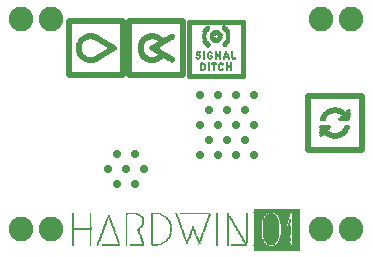
<source format=gts>
G75*
%MOIN*%
%OFA0B0*%
%FSLAX25Y25*%
%IPPOS*%
%LPD*%
%AMOC8*
5,1,8,0,0,1.08239X$1,22.5*
%
%ADD10C,0.02800*%
%ADD11C,0.01800*%
%ADD12R,0.18504X0.00039*%
%ADD13R,0.18583X0.00039*%
%ADD14R,0.18858X0.00079*%
%ADD15R,0.18937X0.00039*%
%ADD16R,0.19134X0.00039*%
%ADD17R,0.19213X0.00039*%
%ADD18R,0.19291X0.00079*%
%ADD19R,0.19370X0.00039*%
%ADD20R,0.19449X0.00039*%
%ADD21R,0.19528X0.00039*%
%ADD22R,0.19528X0.00079*%
%ADD23R,0.19606X0.00039*%
%ADD24R,0.19685X0.00039*%
%ADD25R,0.19685X0.00079*%
%ADD26R,0.01732X0.00079*%
%ADD27R,0.01693X0.00079*%
%ADD28R,0.01732X0.00039*%
%ADD29R,0.01693X0.00039*%
%ADD30R,0.01260X0.00039*%
%ADD31R,0.01929X0.00039*%
%ADD32R,0.02323X0.00079*%
%ADD33R,0.02795X0.00039*%
%ADD34R,0.03031X0.00039*%
%ADD35R,0.03425X0.00039*%
%ADD36R,0.03583X0.00079*%
%ADD37R,0.03898X0.00039*%
%ADD38R,0.04055X0.00039*%
%ADD39R,0.04370X0.00039*%
%ADD40R,0.00394X0.00039*%
%ADD41R,0.04449X0.00079*%
%ADD42R,0.00512X0.00079*%
%ADD43R,0.04724X0.00039*%
%ADD44R,0.00630X0.00039*%
%ADD45R,0.04843X0.00039*%
%ADD46R,0.00748X0.00039*%
%ADD47R,0.05079X0.00039*%
%ADD48R,0.00827X0.00039*%
%ADD49R,0.05236X0.00079*%
%ADD50R,0.00866X0.00079*%
%ADD51R,0.05394X0.00039*%
%ADD52R,0.00906X0.00039*%
%ADD53R,0.05591X0.00039*%
%ADD54R,0.00984X0.00039*%
%ADD55R,0.05669X0.00039*%
%ADD56R,0.01063X0.00039*%
%ADD57R,0.05866X0.00039*%
%ADD58R,0.01102X0.00039*%
%ADD59R,0.05984X0.00079*%
%ADD60R,0.01142X0.00079*%
%ADD61R,0.06063X0.00039*%
%ADD62R,0.01181X0.00039*%
%ADD63R,0.06181X0.00039*%
%ADD64R,0.06378X0.00039*%
%ADD65R,0.01299X0.00039*%
%ADD66R,0.06457X0.00079*%
%ADD67R,0.01339X0.00079*%
%ADD68R,0.06614X0.00039*%
%ADD69R,0.01378X0.00039*%
%ADD70R,0.06654X0.00039*%
%ADD71R,0.01457X0.00039*%
%ADD72R,0.06850X0.00039*%
%ADD73R,0.01496X0.00039*%
%ADD74R,0.06929X0.00079*%
%ADD75R,0.01535X0.00079*%
%ADD76R,0.08622X0.00039*%
%ADD77R,0.08701X0.00039*%
%ADD78R,0.08740X0.00039*%
%ADD79R,0.08780X0.00039*%
%ADD80R,0.08819X0.00079*%
%ADD81R,0.08858X0.00039*%
%ADD82R,0.03268X0.00039*%
%ADD83R,0.04488X0.00039*%
%ADD84R,0.03150X0.00079*%
%ADD85R,0.04370X0.00079*%
%ADD86R,0.02913X0.00039*%
%ADD87R,0.02835X0.00039*%
%ADD88R,0.03976X0.00039*%
%ADD89R,0.02717X0.00039*%
%ADD90R,0.03819X0.00039*%
%ADD91R,0.02677X0.00079*%
%ADD92R,0.03740X0.00079*%
%ADD93R,0.02598X0.00039*%
%ADD94R,0.03622X0.00039*%
%ADD95R,0.02559X0.00039*%
%ADD96R,0.03543X0.00039*%
%ADD97R,0.02520X0.00039*%
%ADD98R,0.02402X0.00079*%
%ADD99R,0.03346X0.00079*%
%ADD100R,0.02402X0.00039*%
%ADD101R,0.03189X0.00039*%
%ADD102R,0.02283X0.00039*%
%ADD103R,0.03150X0.00039*%
%ADD104R,0.02283X0.00079*%
%ADD105R,0.02992X0.00079*%
%ADD106R,0.02165X0.00039*%
%ADD107R,0.02953X0.00039*%
%ADD108R,0.02126X0.00039*%
%ADD109R,0.02165X0.00079*%
%ADD110R,0.02795X0.00079*%
%ADD111R,0.02087X0.00039*%
%ADD112R,0.02047X0.00039*%
%ADD113R,0.02047X0.00079*%
%ADD114R,0.01969X0.00039*%
%ADD115R,0.03110X0.00039*%
%ADD116R,0.02008X0.00079*%
%ADD117R,0.03189X0.00079*%
%ADD118R,0.03228X0.00039*%
%ADD119R,0.01890X0.00039*%
%ADD120R,0.03346X0.00039*%
%ADD121R,0.03386X0.00039*%
%ADD122R,0.01890X0.00079*%
%ADD123R,0.03425X0.00079*%
%ADD124R,0.01850X0.00039*%
%ADD125R,0.03465X0.00039*%
%ADD126R,0.03583X0.00039*%
%ADD127R,0.01850X0.00079*%
%ADD128R,0.03622X0.00079*%
%ADD129R,0.03661X0.00039*%
%ADD130R,0.03780X0.00039*%
%ADD131R,0.03780X0.00079*%
%ADD132R,0.01811X0.00039*%
%ADD133R,0.01811X0.00079*%
%ADD134R,0.03819X0.00079*%
%ADD135R,0.03740X0.00039*%
%ADD136R,0.01772X0.00039*%
%ADD137R,0.03661X0.00079*%
%ADD138R,0.01614X0.00039*%
%ADD139R,0.01535X0.00039*%
%ADD140R,0.01417X0.00039*%
%ADD141R,0.01654X0.00039*%
%ADD142R,0.03701X0.00039*%
%ADD143R,0.03858X0.00039*%
%ADD144R,0.03858X0.00079*%
%ADD145R,0.03504X0.00039*%
%ADD146R,0.03307X0.00039*%
%ADD147R,0.03228X0.00079*%
%ADD148R,0.03071X0.00039*%
%ADD149R,0.01969X0.00079*%
%ADD150R,0.02874X0.00039*%
%ADD151R,0.02835X0.00079*%
%ADD152R,0.02087X0.00079*%
%ADD153R,0.02205X0.00039*%
%ADD154R,0.03031X0.00079*%
%ADD155R,0.02323X0.00039*%
%ADD156R,0.02441X0.00039*%
%ADD157R,0.02480X0.00039*%
%ADD158R,0.02677X0.00039*%
%ADD159R,0.04094X0.00039*%
%ADD160R,0.04331X0.00079*%
%ADD161R,0.03110X0.00079*%
%ADD162R,0.08819X0.00039*%
%ADD163R,0.08740X0.00079*%
%ADD164R,0.08661X0.00039*%
%ADD165R,0.01496X0.00079*%
%ADD166R,0.06850X0.00079*%
%ADD167R,0.06772X0.00039*%
%ADD168R,0.06575X0.00039*%
%ADD169R,0.01339X0.00039*%
%ADD170R,0.01220X0.00039*%
%ADD171R,0.01142X0.00039*%
%ADD172R,0.01024X0.00039*%
%ADD173R,0.00945X0.00039*%
%ADD174R,0.05197X0.00079*%
%ADD175R,0.00787X0.00039*%
%ADD176R,0.05039X0.00039*%
%ADD177R,0.04882X0.00039*%
%ADD178R,0.00551X0.00079*%
%ADD179R,0.04488X0.00079*%
%ADD180R,0.00433X0.00039*%
%ADD181R,0.03937X0.00039*%
%ADD182R,0.02992X0.00039*%
%ADD183R,0.18976X0.00039*%
%ADD184R,0.18898X0.00079*%
%ADD185R,0.00945X0.00079*%
%ADD186R,0.04173X0.00079*%
%ADD187R,0.04646X0.00039*%
%ADD188R,0.05039X0.00079*%
%ADD189R,0.05236X0.00039*%
%ADD190R,0.05354X0.00039*%
%ADD191R,0.05551X0.00039*%
%ADD192R,0.02362X0.00039*%
%ADD193R,0.05630X0.00079*%
%ADD194R,0.05787X0.00039*%
%ADD195R,0.05906X0.00039*%
%ADD196R,0.06024X0.00039*%
%ADD197R,0.02638X0.00039*%
%ADD198R,0.06142X0.00079*%
%ADD199R,0.02756X0.00079*%
%ADD200R,0.06299X0.00039*%
%ADD201R,0.06496X0.00039*%
%ADD202R,0.06693X0.00079*%
%ADD203R,0.06890X0.00039*%
%ADD204R,0.07008X0.00039*%
%ADD205R,0.07087X0.00079*%
%ADD206R,0.07165X0.00039*%
%ADD207R,0.07244X0.00039*%
%ADD208R,0.10866X0.00039*%
%ADD209R,0.10906X0.00079*%
%ADD210R,0.06929X0.00039*%
%ADD211R,0.06535X0.00039*%
%ADD212R,0.02913X0.00079*%
%ADD213R,0.05866X0.00079*%
%ADD214R,0.05709X0.00039*%
%ADD215R,0.05433X0.00039*%
%ADD216R,0.05276X0.00039*%
%ADD217R,0.02559X0.00079*%
%ADD218R,0.04921X0.00079*%
%ADD219R,0.04409X0.00039*%
%ADD220R,0.04134X0.00039*%
%ADD221R,0.02244X0.00039*%
%ADD222R,0.02126X0.00079*%
%ADD223R,0.03543X0.00079*%
%ADD224R,0.02008X0.00039*%
%ADD225R,0.01929X0.00079*%
%ADD226R,0.03504X0.00079*%
%ADD227R,0.01772X0.00079*%
%ADD228R,0.02756X0.00039*%
%ADD229R,0.03268X0.00079*%
%ADD230R,0.02205X0.00079*%
%ADD231R,0.05630X0.00039*%
%ADD232R,0.06142X0.00039*%
%ADD233R,0.10827X0.00039*%
%ADD234R,0.07283X0.00039*%
%ADD235R,0.07205X0.00039*%
%ADD236R,0.07047X0.00039*%
%ADD237R,0.06772X0.00079*%
%ADD238R,0.05827X0.00039*%
%ADD239R,0.05118X0.00079*%
%ADD240R,0.04764X0.00039*%
%ADD241R,0.00472X0.00039*%
%ADD242R,0.00079X0.00039*%
%ADD243R,0.04016X0.00039*%
%ADD244R,0.04213X0.00079*%
%ADD245R,0.04567X0.00039*%
%ADD246R,0.04921X0.00039*%
%ADD247R,0.05079X0.00079*%
%ADD248R,0.05315X0.00039*%
%ADD249R,0.05945X0.00039*%
%ADD250R,0.06417X0.00039*%
%ADD251R,0.07126X0.00039*%
%ADD252R,0.07323X0.00039*%
%ADD253R,0.07441X0.00079*%
%ADD254R,0.07598X0.00039*%
%ADD255R,0.07638X0.00039*%
%ADD256R,0.07795X0.00039*%
%ADD257R,0.07913X0.00079*%
%ADD258R,0.02520X0.00079*%
%ADD259R,0.02244X0.00079*%
%ADD260R,0.03307X0.00079*%
%ADD261R,0.02717X0.00079*%
%ADD262R,0.02953X0.00079*%
%ADD263R,0.07874X0.00039*%
%ADD264R,0.07717X0.00039*%
%ADD265R,0.06220X0.00079*%
%ADD266R,0.04685X0.00039*%
%ADD267R,0.00472X0.00079*%
%ADD268R,0.00709X0.00039*%
%ADD269R,0.00276X0.00039*%
%ADD270R,0.00866X0.00039*%
%ADD271R,0.00827X0.00079*%
%ADD272R,0.01102X0.00079*%
%ADD273R,0.01220X0.00079*%
%ADD274R,0.01417X0.00079*%
%ADD275R,0.01575X0.00039*%
%ADD276R,0.01654X0.00079*%
%ADD277R,0.01575X0.00079*%
%ADD278R,0.02362X0.00079*%
%ADD279R,0.03937X0.00079*%
%ADD280R,0.01614X0.00079*%
%ADD281R,0.03465X0.00079*%
%ADD282R,0.01181X0.00079*%
%ADD283R,0.01457X0.00079*%
%ADD284R,0.01063X0.00079*%
%ADD285R,0.00709X0.00079*%
%ADD286R,0.00591X0.00039*%
%ADD287R,0.00512X0.00039*%
%ADD288R,0.00551X0.00039*%
%ADD289R,0.01024X0.00079*%
%ADD290R,0.00984X0.00079*%
%ADD291R,0.00630X0.00079*%
%ADD292R,0.00669X0.00039*%
%ADD293R,0.00787X0.00079*%
%ADD294R,0.00591X0.00079*%
%ADD295R,0.00276X0.00079*%
%ADD296R,0.00433X0.00079*%
%ADD297R,0.00906X0.00079*%
%ADD298R,0.00197X0.00039*%
%ADD299R,0.00354X0.00039*%
%ADD300R,0.00039X0.00039*%
%ADD301R,0.00118X0.00079*%
%ADD302R,0.00236X0.00039*%
%ADD303R,0.00748X0.00079*%
%ADD304R,0.00669X0.00079*%
%ADD305R,0.01378X0.00079*%
%ADD306R,0.00157X0.00079*%
%ADD307R,0.00118X0.00039*%
%ADD308R,0.00197X0.00079*%
%ADD309R,0.00315X0.00039*%
%ADD310C,0.08200*%
%ADD311R,0.15354X0.00157*%
%ADD312R,0.15354X0.00197*%
%ADD313R,0.05039X0.00197*%
%ADD314R,0.08937X0.00197*%
%ADD315R,0.00394X0.00197*%
%ADD316R,0.00197X0.00197*%
%ADD317R,0.02913X0.00197*%
%ADD318R,0.02362X0.00197*%
%ADD319R,0.10118X0.00197*%
%ADD320R,0.00591X0.00197*%
%ADD321R,0.04449X0.00197*%
%ADD322R,0.05236X0.00197*%
%ADD323R,0.03898X0.00197*%
%ADD324R,0.03110X0.00197*%
%ADD325R,0.04252X0.00197*%
%ADD326R,0.01575X0.00197*%
%ADD327R,0.04685X0.00197*%
%ADD328R,0.01181X0.00197*%
%ADD329R,0.00945X0.00197*%
%ADD330R,0.00787X0.00197*%
%ADD331R,0.04055X0.00197*%
%ADD332R,0.04488X0.00197*%
%ADD333R,0.00354X0.00197*%
%ADD334R,0.00748X0.00197*%
%ADD335R,0.03858X0.00197*%
%ADD336R,0.04291X0.00197*%
%ADD337R,0.00551X0.00197*%
%ADD338R,0.00984X0.00197*%
%ADD339R,0.03661X0.00197*%
%ADD340R,0.03307X0.00197*%
%ADD341R,0.03504X0.00197*%
%ADD342R,0.03701X0.00197*%
%ADD343R,0.04094X0.00197*%
%ADD344R,0.00394X0.00157*%
%ADD345R,0.00197X0.00157*%
%ADD346R,0.03110X0.00157*%
%ADD347R,0.04646X0.00157*%
%ADD348R,0.02913X0.00157*%
%ADD349R,0.04843X0.00197*%
%ADD350R,0.02717X0.00197*%
%ADD351R,0.02520X0.00197*%
%ADD352R,0.05433X0.00197*%
%ADD353R,0.00157X0.00197*%
%ADD354R,0.02126X0.00197*%
%ADD355R,0.05630X0.00197*%
%ADD356R,0.01929X0.00197*%
%ADD357R,0.06417X0.00197*%
%ADD358R,0.00354X0.00157*%
%ADD359R,0.02520X0.00157*%
%ADD360R,0.05630X0.00157*%
%ADD361R,0.03307X0.00157*%
%ADD362R,0.04646X0.00197*%
%ADD363R,0.00591X0.00157*%
%ADD364R,0.04449X0.00157*%
%ADD365R,0.03898X0.00157*%
%ADD366R,0.01142X0.00197*%
%ADD367R,0.06024X0.00197*%
%ADD368R,0.04882X0.00197*%
%ADD369R,0.02165X0.00197*%
D10*
X0052000Y0046500D03*
X0049000Y0051500D03*
X0052000Y0056500D03*
X0055000Y0051500D03*
X0058000Y0056500D03*
X0061000Y0051500D03*
X0058000Y0046500D03*
X0079500Y0056000D03*
X0082500Y0061000D03*
X0079500Y0066000D03*
X0082500Y0071000D03*
X0079500Y0076000D03*
X0085500Y0076000D03*
X0088500Y0071000D03*
X0085500Y0066000D03*
X0088500Y0061000D03*
X0091500Y0066000D03*
X0094500Y0061000D03*
X0097500Y0066000D03*
X0094500Y0071000D03*
X0091500Y0076000D03*
X0097500Y0076000D03*
X0097500Y0056000D03*
X0091500Y0056000D03*
X0085500Y0056000D03*
D11*
X0094000Y0082500D02*
X0076000Y0082500D01*
X0076000Y0100500D01*
X0094000Y0100500D01*
X0094000Y0082500D01*
D12*
X0065000Y0081677D03*
X0065000Y0101323D03*
X0045000Y0101323D03*
X0045000Y0081677D03*
X0124500Y0076323D03*
X0124500Y0056677D03*
D13*
X0124500Y0056717D03*
X0124500Y0076283D03*
X0065000Y0081717D03*
X0065000Y0101283D03*
X0045000Y0101283D03*
X0045000Y0081717D03*
D14*
X0045020Y0101224D03*
X0065020Y0101224D03*
X0124520Y0076224D03*
D15*
X0124520Y0076165D03*
X0065020Y0101165D03*
X0045020Y0101165D03*
D16*
X0045000Y0101126D03*
X0045000Y0081874D03*
X0065000Y0081874D03*
X0065000Y0101126D03*
X0124500Y0076126D03*
X0124500Y0056874D03*
D17*
X0124500Y0056913D03*
X0124500Y0076087D03*
X0065000Y0081913D03*
X0065000Y0101087D03*
X0045000Y0101087D03*
X0045000Y0081913D03*
D18*
X0045000Y0081972D03*
X0045000Y0101028D03*
X0065000Y0101028D03*
X0065000Y0081972D03*
X0124500Y0076028D03*
X0124500Y0056972D03*
D19*
X0124500Y0057031D03*
X0124500Y0075969D03*
X0065000Y0082031D03*
X0065000Y0100969D03*
X0045000Y0100969D03*
X0045000Y0082031D03*
D20*
X0045039Y0100929D03*
X0065039Y0100929D03*
X0124539Y0075929D03*
D21*
X0124500Y0075890D03*
X0124500Y0057110D03*
X0124500Y0057071D03*
X0065000Y0082071D03*
X0065000Y0082110D03*
X0065000Y0100890D03*
X0045000Y0100890D03*
X0045000Y0082110D03*
X0045000Y0082071D03*
D22*
X0045000Y0082169D03*
X0045000Y0100831D03*
X0065000Y0100831D03*
X0065000Y0082169D03*
X0124500Y0075831D03*
X0124500Y0057169D03*
D23*
X0124500Y0057228D03*
X0124500Y0075772D03*
X0065000Y0082228D03*
X0065000Y0100772D03*
X0045000Y0100772D03*
X0045000Y0082228D03*
D24*
X0045000Y0082268D03*
X0045000Y0082307D03*
X0045000Y0082425D03*
X0045000Y0082465D03*
X0045000Y0082504D03*
X0045000Y0082543D03*
X0045000Y0082661D03*
X0045000Y0082701D03*
X0045000Y0082740D03*
X0045000Y0082858D03*
X0045000Y0082898D03*
X0045000Y0082937D03*
X0045000Y0083055D03*
X0045000Y0083094D03*
X0045000Y0083134D03*
X0045000Y0083252D03*
X0045000Y0083291D03*
X0045000Y0083331D03*
X0045000Y0099630D03*
X0045000Y0099669D03*
X0045000Y0099709D03*
X0045000Y0099748D03*
X0045000Y0099866D03*
X0045000Y0099906D03*
X0045000Y0099945D03*
X0045000Y0100063D03*
X0045000Y0100102D03*
X0045000Y0100142D03*
X0045000Y0100260D03*
X0045000Y0100299D03*
X0045000Y0100339D03*
X0045000Y0100457D03*
X0045000Y0100496D03*
X0045000Y0100535D03*
X0045000Y0100575D03*
X0045000Y0100693D03*
X0045000Y0100732D03*
X0065000Y0100732D03*
X0065000Y0100693D03*
X0065000Y0100575D03*
X0065000Y0100535D03*
X0065000Y0100496D03*
X0065000Y0100457D03*
X0065000Y0100339D03*
X0065000Y0100299D03*
X0065000Y0100260D03*
X0065000Y0100142D03*
X0065000Y0100102D03*
X0065000Y0100063D03*
X0065000Y0099945D03*
X0065000Y0099906D03*
X0065000Y0099866D03*
X0065000Y0099748D03*
X0065000Y0099709D03*
X0065000Y0099669D03*
X0065000Y0099630D03*
X0065000Y0083331D03*
X0065000Y0083291D03*
X0065000Y0083252D03*
X0065000Y0083134D03*
X0065000Y0083094D03*
X0065000Y0083055D03*
X0065000Y0082937D03*
X0065000Y0082898D03*
X0065000Y0082858D03*
X0065000Y0082740D03*
X0065000Y0082701D03*
X0065000Y0082661D03*
X0065000Y0082543D03*
X0065000Y0082504D03*
X0065000Y0082465D03*
X0065000Y0082425D03*
X0065000Y0082307D03*
X0065000Y0082268D03*
X0124500Y0075732D03*
X0124500Y0075693D03*
X0124500Y0075575D03*
X0124500Y0075535D03*
X0124500Y0075496D03*
X0124500Y0075457D03*
X0124500Y0075339D03*
X0124500Y0075299D03*
X0124500Y0075260D03*
X0124500Y0075142D03*
X0124500Y0075102D03*
X0124500Y0075063D03*
X0124500Y0074945D03*
X0124500Y0074906D03*
X0124500Y0074866D03*
X0124500Y0074748D03*
X0124500Y0074709D03*
X0124500Y0074669D03*
X0124500Y0074630D03*
X0124500Y0058331D03*
X0124500Y0058291D03*
X0124500Y0058252D03*
X0124500Y0058134D03*
X0124500Y0058094D03*
X0124500Y0058055D03*
X0124500Y0057937D03*
X0124500Y0057898D03*
X0124500Y0057858D03*
X0124500Y0057740D03*
X0124500Y0057701D03*
X0124500Y0057661D03*
X0124500Y0057543D03*
X0124500Y0057504D03*
X0124500Y0057465D03*
X0124500Y0057425D03*
X0124500Y0057307D03*
X0124500Y0057268D03*
D25*
X0124500Y0057366D03*
X0124500Y0057602D03*
X0124500Y0057799D03*
X0124500Y0057996D03*
X0124500Y0058193D03*
X0124500Y0074807D03*
X0124500Y0075004D03*
X0124500Y0075201D03*
X0124500Y0075398D03*
X0124500Y0075634D03*
X0065000Y0082366D03*
X0065000Y0082602D03*
X0065000Y0082799D03*
X0065000Y0082996D03*
X0065000Y0083193D03*
X0065000Y0099807D03*
X0065000Y0100004D03*
X0065000Y0100201D03*
X0065000Y0100398D03*
X0065000Y0100634D03*
X0045000Y0100634D03*
X0045000Y0100398D03*
X0045000Y0100201D03*
X0045000Y0100004D03*
X0045000Y0099807D03*
X0045000Y0083193D03*
X0045000Y0082996D03*
X0045000Y0082799D03*
X0045000Y0082602D03*
X0045000Y0082366D03*
D26*
X0036024Y0083429D03*
X0036024Y0083626D03*
X0036024Y0083823D03*
X0036024Y0084059D03*
X0036024Y0084256D03*
X0036024Y0084453D03*
X0036024Y0084650D03*
X0036024Y0084886D03*
X0036024Y0085083D03*
X0036024Y0085280D03*
X0036024Y0085476D03*
X0036024Y0085713D03*
X0036024Y0085909D03*
X0036024Y0086106D03*
X0036024Y0086303D03*
X0036024Y0086539D03*
X0036024Y0086736D03*
X0036024Y0086933D03*
X0036024Y0087130D03*
X0036024Y0087366D03*
X0036024Y0087563D03*
X0036024Y0087760D03*
X0036024Y0087996D03*
X0036024Y0088193D03*
X0036024Y0088390D03*
X0036024Y0088587D03*
X0036024Y0088823D03*
X0036024Y0089020D03*
X0036024Y0089217D03*
X0036024Y0089413D03*
X0036024Y0089650D03*
X0036024Y0089846D03*
X0036024Y0090043D03*
X0036024Y0090240D03*
X0036024Y0090476D03*
X0036024Y0090673D03*
X0036024Y0090870D03*
X0036024Y0091067D03*
X0036024Y0091303D03*
X0036024Y0091500D03*
X0036024Y0091697D03*
X0036024Y0091933D03*
X0036024Y0092130D03*
X0036024Y0092327D03*
X0036024Y0092524D03*
X0036024Y0092760D03*
X0036024Y0092957D03*
X0036024Y0093154D03*
X0036024Y0093350D03*
X0036024Y0093587D03*
X0036024Y0093783D03*
X0036024Y0093980D03*
X0036024Y0094177D03*
X0036024Y0094413D03*
X0036024Y0094610D03*
X0036024Y0094807D03*
X0036024Y0095004D03*
X0036024Y0095240D03*
X0036024Y0095437D03*
X0036024Y0095634D03*
X0036024Y0095870D03*
X0036024Y0096067D03*
X0036024Y0096264D03*
X0036024Y0096461D03*
X0036024Y0096697D03*
X0036024Y0096894D03*
X0036024Y0097091D03*
X0036024Y0097287D03*
X0036024Y0097524D03*
X0036024Y0097720D03*
X0036024Y0097917D03*
X0036024Y0098114D03*
X0036024Y0098350D03*
X0036024Y0098547D03*
X0036024Y0098744D03*
X0036024Y0098941D03*
X0036024Y0099177D03*
X0036024Y0099374D03*
X0036024Y0099571D03*
X0056024Y0099571D03*
X0056024Y0099374D03*
X0056024Y0099177D03*
X0056024Y0098941D03*
X0056024Y0098744D03*
X0056024Y0098547D03*
X0056024Y0098350D03*
X0056024Y0098114D03*
X0056024Y0097917D03*
X0056024Y0097720D03*
X0056024Y0097524D03*
X0056024Y0097287D03*
X0056024Y0097091D03*
X0056024Y0096894D03*
X0056024Y0096697D03*
X0056024Y0096461D03*
X0056024Y0096264D03*
X0056024Y0096067D03*
X0056024Y0095870D03*
X0056024Y0095634D03*
X0056024Y0095437D03*
X0056024Y0095240D03*
X0056024Y0095004D03*
X0056024Y0094807D03*
X0056024Y0094610D03*
X0056024Y0094413D03*
X0056024Y0094177D03*
X0056024Y0093980D03*
X0056024Y0093783D03*
X0056024Y0093587D03*
X0056024Y0093350D03*
X0056024Y0093154D03*
X0056024Y0092957D03*
X0056024Y0092760D03*
X0056024Y0092524D03*
X0056024Y0092327D03*
X0056024Y0092130D03*
X0056024Y0091933D03*
X0056024Y0091697D03*
X0056024Y0091500D03*
X0056024Y0091303D03*
X0056024Y0091067D03*
X0056024Y0090870D03*
X0056024Y0090673D03*
X0056024Y0090476D03*
X0056024Y0090240D03*
X0056024Y0090043D03*
X0056024Y0089846D03*
X0056024Y0089650D03*
X0056024Y0089413D03*
X0056024Y0089217D03*
X0056024Y0089020D03*
X0056024Y0088823D03*
X0056024Y0088587D03*
X0056024Y0088390D03*
X0056024Y0088193D03*
X0056024Y0087996D03*
X0056024Y0087760D03*
X0056024Y0087563D03*
X0056024Y0087366D03*
X0056024Y0087130D03*
X0056024Y0086933D03*
X0056024Y0086736D03*
X0056024Y0086539D03*
X0056024Y0086303D03*
X0056024Y0086106D03*
X0056024Y0085909D03*
X0056024Y0085713D03*
X0056024Y0085476D03*
X0056024Y0085280D03*
X0056024Y0085083D03*
X0056024Y0084886D03*
X0056024Y0084650D03*
X0056024Y0084453D03*
X0056024Y0084256D03*
X0056024Y0084059D03*
X0056024Y0083823D03*
X0056024Y0083626D03*
X0056024Y0083429D03*
X0063740Y0096264D03*
X0081575Y0097287D03*
X0082008Y0098114D03*
X0083858Y0095870D03*
X0086142Y0095870D03*
X0088425Y0097287D03*
X0088386Y0088587D03*
X0115524Y0074571D03*
X0115524Y0074374D03*
X0115524Y0074177D03*
X0115524Y0073941D03*
X0115524Y0073744D03*
X0115524Y0073547D03*
X0115524Y0073350D03*
X0115524Y0073114D03*
X0115524Y0072917D03*
X0115524Y0072720D03*
X0115524Y0072524D03*
X0115524Y0072287D03*
X0115524Y0072091D03*
X0115524Y0071894D03*
X0115524Y0071697D03*
X0115524Y0071461D03*
X0115524Y0071264D03*
X0115524Y0071067D03*
X0115524Y0070870D03*
X0115524Y0070634D03*
X0115524Y0070437D03*
X0115524Y0070240D03*
X0115524Y0070004D03*
X0115524Y0069807D03*
X0115524Y0069610D03*
X0115524Y0069413D03*
X0115524Y0069177D03*
X0115524Y0068980D03*
X0115524Y0068783D03*
X0115524Y0068587D03*
X0115524Y0068350D03*
X0115524Y0068154D03*
X0115524Y0067957D03*
X0115524Y0067760D03*
X0115524Y0067524D03*
X0115524Y0067327D03*
X0115524Y0067130D03*
X0115524Y0066933D03*
X0115524Y0066697D03*
X0115524Y0066500D03*
X0115524Y0066303D03*
X0115524Y0066067D03*
X0115524Y0065870D03*
X0115524Y0065673D03*
X0115524Y0065476D03*
X0115524Y0065240D03*
X0115524Y0065043D03*
X0115524Y0064846D03*
X0115524Y0064650D03*
X0115524Y0064413D03*
X0115524Y0064217D03*
X0115524Y0064020D03*
X0115524Y0063823D03*
X0115524Y0063587D03*
X0115524Y0063390D03*
X0115524Y0063193D03*
X0115524Y0062996D03*
X0115524Y0062760D03*
X0115524Y0062563D03*
X0115524Y0062366D03*
X0115524Y0062130D03*
X0115524Y0061933D03*
X0115524Y0061736D03*
X0115524Y0061539D03*
X0115524Y0061303D03*
X0115524Y0061106D03*
X0115524Y0060909D03*
X0115524Y0060713D03*
X0115524Y0060476D03*
X0115524Y0060280D03*
X0115524Y0060083D03*
X0115524Y0059886D03*
X0115524Y0059650D03*
X0115524Y0059453D03*
X0115524Y0059256D03*
X0115524Y0059059D03*
X0115524Y0058823D03*
X0115524Y0058626D03*
X0115524Y0058429D03*
X0120445Y0067524D03*
X0128555Y0065240D03*
X0128634Y0065476D03*
D27*
X0133496Y0065476D03*
X0133496Y0065673D03*
X0133496Y0065870D03*
X0133496Y0066067D03*
X0133496Y0066303D03*
X0133496Y0066500D03*
X0133496Y0066697D03*
X0133496Y0066933D03*
X0133496Y0067130D03*
X0133496Y0067327D03*
X0133496Y0067524D03*
X0133496Y0067760D03*
X0133496Y0067957D03*
X0133496Y0068154D03*
X0133496Y0068350D03*
X0133496Y0068587D03*
X0133496Y0068783D03*
X0133496Y0068980D03*
X0133496Y0069177D03*
X0133496Y0069413D03*
X0133496Y0069610D03*
X0133496Y0069807D03*
X0133496Y0070004D03*
X0133496Y0070240D03*
X0133496Y0070437D03*
X0133496Y0070634D03*
X0133496Y0070870D03*
X0133496Y0071067D03*
X0133496Y0071264D03*
X0133496Y0071461D03*
X0133496Y0071697D03*
X0133496Y0071894D03*
X0133496Y0072091D03*
X0133496Y0072287D03*
X0133496Y0072524D03*
X0133496Y0072720D03*
X0133496Y0072917D03*
X0133496Y0073114D03*
X0133496Y0073350D03*
X0133496Y0073547D03*
X0133496Y0073744D03*
X0133496Y0073941D03*
X0133496Y0074177D03*
X0133496Y0074374D03*
X0133496Y0074571D03*
X0133496Y0065240D03*
X0133496Y0065043D03*
X0133496Y0064846D03*
X0133496Y0064650D03*
X0133496Y0064413D03*
X0133496Y0064217D03*
X0133496Y0064020D03*
X0133496Y0063823D03*
X0133496Y0063587D03*
X0133496Y0063390D03*
X0133496Y0063193D03*
X0133496Y0062996D03*
X0133496Y0062760D03*
X0133496Y0062563D03*
X0133496Y0062366D03*
X0133496Y0062130D03*
X0133496Y0061933D03*
X0133496Y0061736D03*
X0133496Y0061539D03*
X0133496Y0061303D03*
X0133496Y0061106D03*
X0133496Y0060909D03*
X0133496Y0060713D03*
X0133496Y0060476D03*
X0133496Y0060280D03*
X0133496Y0060083D03*
X0133496Y0059886D03*
X0133496Y0059650D03*
X0133496Y0059453D03*
X0133496Y0059256D03*
X0133496Y0059059D03*
X0133496Y0058823D03*
X0133496Y0058626D03*
X0133496Y0058429D03*
X0088563Y0093587D03*
X0088563Y0097091D03*
X0081437Y0097091D03*
X0081437Y0093587D03*
X0073996Y0093587D03*
X0073996Y0093783D03*
X0073996Y0093980D03*
X0073996Y0094177D03*
X0073996Y0094413D03*
X0073996Y0094610D03*
X0073996Y0094807D03*
X0073996Y0095004D03*
X0073996Y0095240D03*
X0073996Y0095437D03*
X0073996Y0095634D03*
X0073996Y0095870D03*
X0073996Y0096067D03*
X0073996Y0096264D03*
X0073996Y0096461D03*
X0073996Y0096697D03*
X0073996Y0096894D03*
X0073996Y0097091D03*
X0073996Y0097287D03*
X0073996Y0097524D03*
X0073996Y0097720D03*
X0073996Y0097917D03*
X0073996Y0098114D03*
X0073996Y0098350D03*
X0073996Y0098547D03*
X0073996Y0098744D03*
X0073996Y0098941D03*
X0073996Y0099177D03*
X0073996Y0099374D03*
X0073996Y0099571D03*
X0073996Y0093350D03*
X0073996Y0093154D03*
X0073996Y0092957D03*
X0073996Y0092760D03*
X0073996Y0092524D03*
X0073996Y0092327D03*
X0073996Y0092130D03*
X0073996Y0091933D03*
X0073996Y0091697D03*
X0073996Y0091500D03*
X0073996Y0091303D03*
X0073996Y0091067D03*
X0073996Y0090870D03*
X0073996Y0090673D03*
X0073996Y0090476D03*
X0073996Y0090240D03*
X0073996Y0090043D03*
X0073996Y0089846D03*
X0073996Y0089650D03*
X0073996Y0089413D03*
X0073996Y0089217D03*
X0073996Y0089020D03*
X0073996Y0088823D03*
X0073996Y0088587D03*
X0073996Y0088390D03*
X0073996Y0088193D03*
X0073996Y0087996D03*
X0073996Y0087760D03*
X0073996Y0087563D03*
X0073996Y0087366D03*
X0073996Y0087130D03*
X0073996Y0086933D03*
X0073996Y0086736D03*
X0073996Y0086539D03*
X0073996Y0086303D03*
X0073996Y0086106D03*
X0073996Y0085909D03*
X0073996Y0085713D03*
X0073996Y0085476D03*
X0073996Y0085280D03*
X0073996Y0085083D03*
X0073996Y0084886D03*
X0073996Y0084650D03*
X0073996Y0084453D03*
X0073996Y0084256D03*
X0073996Y0084059D03*
X0073996Y0083823D03*
X0073996Y0083626D03*
X0073996Y0083429D03*
X0080571Y0084453D03*
X0053996Y0084453D03*
X0053996Y0084650D03*
X0053996Y0084886D03*
X0053996Y0085083D03*
X0053996Y0085280D03*
X0053996Y0085476D03*
X0053996Y0085713D03*
X0053996Y0085909D03*
X0053996Y0086106D03*
X0053996Y0086303D03*
X0053996Y0086539D03*
X0053996Y0086736D03*
X0053996Y0086933D03*
X0053996Y0087130D03*
X0053996Y0087366D03*
X0053996Y0087563D03*
X0053996Y0087760D03*
X0053996Y0087996D03*
X0053996Y0088193D03*
X0053996Y0088390D03*
X0053996Y0088587D03*
X0053996Y0088823D03*
X0053996Y0089020D03*
X0053996Y0089217D03*
X0053996Y0089413D03*
X0053996Y0089650D03*
X0053996Y0089846D03*
X0053996Y0090043D03*
X0053996Y0090240D03*
X0053996Y0090476D03*
X0053996Y0090673D03*
X0053996Y0090870D03*
X0053996Y0091067D03*
X0053996Y0091303D03*
X0053996Y0091500D03*
X0053996Y0091697D03*
X0053996Y0091933D03*
X0053996Y0092130D03*
X0053996Y0092327D03*
X0053996Y0092524D03*
X0053996Y0092760D03*
X0053996Y0092957D03*
X0053996Y0093154D03*
X0053996Y0093350D03*
X0053996Y0093587D03*
X0053996Y0093783D03*
X0053996Y0093980D03*
X0053996Y0094177D03*
X0053996Y0094413D03*
X0053996Y0094610D03*
X0053996Y0094807D03*
X0053996Y0095004D03*
X0053996Y0095240D03*
X0053996Y0095437D03*
X0053996Y0095634D03*
X0053996Y0095870D03*
X0053996Y0096067D03*
X0053996Y0096264D03*
X0053996Y0096461D03*
X0053996Y0096697D03*
X0053996Y0096894D03*
X0053996Y0097091D03*
X0053996Y0097287D03*
X0053996Y0097524D03*
X0053996Y0097720D03*
X0053996Y0097917D03*
X0053996Y0098114D03*
X0053996Y0098350D03*
X0053996Y0098547D03*
X0053996Y0098744D03*
X0053996Y0098941D03*
X0053996Y0099177D03*
X0053996Y0099374D03*
X0053996Y0099571D03*
X0043091Y0096264D03*
X0053996Y0084256D03*
X0053996Y0084059D03*
X0053996Y0083823D03*
X0053996Y0083626D03*
X0053996Y0083429D03*
D28*
X0053976Y0083370D03*
X0056024Y0083370D03*
X0056024Y0083488D03*
X0056024Y0083528D03*
X0056024Y0083567D03*
X0056024Y0083685D03*
X0056024Y0083724D03*
X0056024Y0083764D03*
X0056024Y0083882D03*
X0056024Y0083921D03*
X0056024Y0083961D03*
X0056024Y0084000D03*
X0056024Y0084118D03*
X0056024Y0084157D03*
X0056024Y0084197D03*
X0056024Y0084315D03*
X0056024Y0084354D03*
X0056024Y0084394D03*
X0056024Y0084512D03*
X0056024Y0084551D03*
X0056024Y0084591D03*
X0056024Y0084709D03*
X0056024Y0084748D03*
X0056024Y0084787D03*
X0056024Y0084827D03*
X0056024Y0084945D03*
X0056024Y0084984D03*
X0056024Y0085024D03*
X0056024Y0085142D03*
X0056024Y0085181D03*
X0056024Y0085220D03*
X0056024Y0085339D03*
X0056024Y0085378D03*
X0056024Y0085417D03*
X0056024Y0085535D03*
X0056024Y0085575D03*
X0056024Y0085614D03*
X0056024Y0085654D03*
X0056024Y0085772D03*
X0056024Y0085811D03*
X0056024Y0085850D03*
X0056024Y0085969D03*
X0056024Y0086008D03*
X0056024Y0086047D03*
X0056024Y0086165D03*
X0056024Y0086205D03*
X0056024Y0086244D03*
X0056024Y0086362D03*
X0056024Y0086402D03*
X0056024Y0086441D03*
X0056024Y0086480D03*
X0056024Y0086598D03*
X0056024Y0086638D03*
X0056024Y0086677D03*
X0056024Y0086795D03*
X0056024Y0086835D03*
X0056024Y0086874D03*
X0056024Y0086992D03*
X0056024Y0087031D03*
X0056024Y0087071D03*
X0056024Y0087189D03*
X0056024Y0087228D03*
X0056024Y0087268D03*
X0056024Y0087307D03*
X0056024Y0087425D03*
X0056024Y0087465D03*
X0056024Y0087504D03*
X0056024Y0087622D03*
X0056024Y0087661D03*
X0056024Y0087701D03*
X0056024Y0087819D03*
X0056024Y0087858D03*
X0056024Y0087898D03*
X0056024Y0087937D03*
X0056024Y0088055D03*
X0056024Y0088094D03*
X0056024Y0088134D03*
X0056024Y0088252D03*
X0056024Y0088291D03*
X0056024Y0088331D03*
X0056024Y0088449D03*
X0056024Y0088488D03*
X0056024Y0088528D03*
X0056024Y0088646D03*
X0056024Y0088685D03*
X0056024Y0088724D03*
X0056024Y0088764D03*
X0056024Y0088882D03*
X0056024Y0088921D03*
X0056024Y0088961D03*
X0056024Y0089079D03*
X0056024Y0089118D03*
X0056024Y0089157D03*
X0056024Y0089276D03*
X0056024Y0089315D03*
X0056024Y0089354D03*
X0056024Y0089472D03*
X0056024Y0089512D03*
X0056024Y0089551D03*
X0056024Y0089591D03*
X0056024Y0089709D03*
X0056024Y0089748D03*
X0056024Y0089787D03*
X0056024Y0089906D03*
X0056024Y0089945D03*
X0056024Y0089984D03*
X0056024Y0090102D03*
X0056024Y0090142D03*
X0056024Y0090181D03*
X0056024Y0090299D03*
X0056024Y0090339D03*
X0056024Y0090378D03*
X0056024Y0090417D03*
X0056024Y0090535D03*
X0056024Y0090575D03*
X0056024Y0090614D03*
X0056024Y0090732D03*
X0056024Y0090772D03*
X0056024Y0090811D03*
X0056024Y0090929D03*
X0056024Y0090969D03*
X0056024Y0091008D03*
X0056024Y0091126D03*
X0056024Y0091165D03*
X0056024Y0091205D03*
X0056024Y0091244D03*
X0056024Y0091362D03*
X0056024Y0091402D03*
X0056024Y0091441D03*
X0056024Y0091559D03*
X0056024Y0091598D03*
X0056024Y0091638D03*
X0056024Y0091756D03*
X0056024Y0091795D03*
X0056024Y0091835D03*
X0056024Y0091874D03*
X0056024Y0091992D03*
X0056024Y0092031D03*
X0056024Y0092071D03*
X0056024Y0092189D03*
X0056024Y0092228D03*
X0056024Y0092268D03*
X0056024Y0092386D03*
X0056024Y0092425D03*
X0056024Y0092465D03*
X0056024Y0092583D03*
X0056024Y0092622D03*
X0056024Y0092661D03*
X0056024Y0092701D03*
X0056024Y0092819D03*
X0056024Y0092858D03*
X0056024Y0092898D03*
X0056024Y0093016D03*
X0056024Y0093055D03*
X0056024Y0093094D03*
X0056024Y0093213D03*
X0056024Y0093252D03*
X0056024Y0093291D03*
X0056024Y0093409D03*
X0056024Y0093449D03*
X0056024Y0093488D03*
X0056024Y0093528D03*
X0056024Y0093646D03*
X0056024Y0093685D03*
X0056024Y0093724D03*
X0056024Y0093843D03*
X0056024Y0093882D03*
X0056024Y0093921D03*
X0056024Y0094039D03*
X0056024Y0094079D03*
X0056024Y0094118D03*
X0056024Y0094236D03*
X0056024Y0094276D03*
X0056024Y0094315D03*
X0056024Y0094354D03*
X0056024Y0094472D03*
X0056024Y0094512D03*
X0056024Y0094551D03*
X0056024Y0094669D03*
X0056024Y0094709D03*
X0056024Y0094748D03*
X0056024Y0094866D03*
X0056024Y0094906D03*
X0056024Y0094945D03*
X0056024Y0095063D03*
X0056024Y0095102D03*
X0056024Y0095142D03*
X0056024Y0095181D03*
X0056024Y0095299D03*
X0056024Y0095339D03*
X0056024Y0095378D03*
X0056024Y0095496D03*
X0056024Y0095535D03*
X0056024Y0095575D03*
X0056024Y0095693D03*
X0056024Y0095732D03*
X0056024Y0095772D03*
X0056024Y0095811D03*
X0056024Y0095929D03*
X0056024Y0095969D03*
X0056024Y0096008D03*
X0056024Y0096126D03*
X0056024Y0096165D03*
X0056024Y0096205D03*
X0056024Y0096323D03*
X0056024Y0096362D03*
X0056024Y0096402D03*
X0056024Y0096520D03*
X0056024Y0096559D03*
X0056024Y0096598D03*
X0056024Y0096638D03*
X0056024Y0096756D03*
X0056024Y0096795D03*
X0056024Y0096835D03*
X0056024Y0096953D03*
X0056024Y0096992D03*
X0056024Y0097031D03*
X0056024Y0097150D03*
X0056024Y0097189D03*
X0056024Y0097228D03*
X0056024Y0097346D03*
X0056024Y0097386D03*
X0056024Y0097425D03*
X0056024Y0097465D03*
X0056024Y0097583D03*
X0056024Y0097622D03*
X0056024Y0097661D03*
X0056024Y0097780D03*
X0056024Y0097819D03*
X0056024Y0097858D03*
X0056024Y0097976D03*
X0056024Y0098016D03*
X0056024Y0098055D03*
X0056024Y0098173D03*
X0056024Y0098213D03*
X0056024Y0098252D03*
X0056024Y0098291D03*
X0056024Y0098409D03*
X0056024Y0098449D03*
X0056024Y0098488D03*
X0056024Y0098606D03*
X0056024Y0098646D03*
X0056024Y0098685D03*
X0056024Y0098803D03*
X0056024Y0098843D03*
X0056024Y0098882D03*
X0056024Y0099000D03*
X0056024Y0099039D03*
X0056024Y0099079D03*
X0056024Y0099118D03*
X0056024Y0099236D03*
X0056024Y0099276D03*
X0056024Y0099315D03*
X0056024Y0099433D03*
X0056024Y0099472D03*
X0056024Y0099512D03*
X0073976Y0083370D03*
X0082165Y0092425D03*
X0081575Y0093409D03*
X0081535Y0093488D03*
X0083858Y0094866D03*
X0086142Y0094866D03*
X0086181Y0095811D03*
X0085000Y0093449D03*
X0087992Y0092622D03*
X0088425Y0093409D03*
X0088465Y0093449D03*
X0088465Y0093488D03*
X0088465Y0097228D03*
X0088425Y0097346D03*
X0088386Y0097386D03*
X0087835Y0098252D03*
X0087835Y0098291D03*
X0082008Y0098055D03*
X0081614Y0097386D03*
X0081575Y0097346D03*
X0081535Y0097228D03*
X0115524Y0074512D03*
X0115524Y0074472D03*
X0115524Y0074433D03*
X0115524Y0074315D03*
X0115524Y0074276D03*
X0115524Y0074236D03*
X0115524Y0074118D03*
X0115524Y0074079D03*
X0115524Y0074039D03*
X0115524Y0074000D03*
X0115524Y0073882D03*
X0115524Y0073843D03*
X0115524Y0073803D03*
X0115524Y0073685D03*
X0115524Y0073646D03*
X0115524Y0073606D03*
X0115524Y0073488D03*
X0115524Y0073449D03*
X0115524Y0073409D03*
X0115524Y0073291D03*
X0115524Y0073252D03*
X0115524Y0073213D03*
X0115524Y0073173D03*
X0115524Y0073055D03*
X0115524Y0073016D03*
X0115524Y0072976D03*
X0115524Y0072858D03*
X0115524Y0072819D03*
X0115524Y0072780D03*
X0115524Y0072661D03*
X0115524Y0072622D03*
X0115524Y0072583D03*
X0115524Y0072465D03*
X0115524Y0072425D03*
X0115524Y0072386D03*
X0115524Y0072346D03*
X0115524Y0072228D03*
X0115524Y0072189D03*
X0115524Y0072150D03*
X0115524Y0072031D03*
X0115524Y0071992D03*
X0115524Y0071953D03*
X0115524Y0071835D03*
X0115524Y0071795D03*
X0115524Y0071756D03*
X0115524Y0071638D03*
X0115524Y0071598D03*
X0115524Y0071559D03*
X0115524Y0071520D03*
X0115524Y0071402D03*
X0115524Y0071362D03*
X0115524Y0071323D03*
X0115524Y0071205D03*
X0115524Y0071165D03*
X0115524Y0071126D03*
X0115524Y0071008D03*
X0115524Y0070969D03*
X0115524Y0070929D03*
X0115524Y0070811D03*
X0115524Y0070772D03*
X0115524Y0070732D03*
X0115524Y0070693D03*
X0115524Y0070575D03*
X0115524Y0070535D03*
X0115524Y0070496D03*
X0115524Y0070378D03*
X0115524Y0070339D03*
X0115524Y0070299D03*
X0115524Y0070181D03*
X0115524Y0070142D03*
X0115524Y0070102D03*
X0115524Y0070063D03*
X0115524Y0069945D03*
X0115524Y0069906D03*
X0115524Y0069866D03*
X0115524Y0069748D03*
X0115524Y0069709D03*
X0115524Y0069669D03*
X0115524Y0069551D03*
X0115524Y0069512D03*
X0115524Y0069472D03*
X0115524Y0069354D03*
X0115524Y0069315D03*
X0115524Y0069276D03*
X0115524Y0069236D03*
X0115524Y0069118D03*
X0115524Y0069079D03*
X0115524Y0069039D03*
X0115524Y0068921D03*
X0115524Y0068882D03*
X0115524Y0068843D03*
X0115524Y0068724D03*
X0115524Y0068685D03*
X0115524Y0068646D03*
X0115524Y0068528D03*
X0115524Y0068488D03*
X0115524Y0068449D03*
X0115524Y0068409D03*
X0115524Y0068291D03*
X0115524Y0068252D03*
X0115524Y0068213D03*
X0115524Y0068094D03*
X0115524Y0068055D03*
X0115524Y0068016D03*
X0115524Y0067898D03*
X0115524Y0067858D03*
X0115524Y0067819D03*
X0115524Y0067701D03*
X0115524Y0067661D03*
X0115524Y0067622D03*
X0115524Y0067583D03*
X0115524Y0067465D03*
X0115524Y0067425D03*
X0115524Y0067386D03*
X0115524Y0067268D03*
X0115524Y0067228D03*
X0115524Y0067189D03*
X0115524Y0067071D03*
X0115524Y0067031D03*
X0115524Y0066992D03*
X0115524Y0066874D03*
X0115524Y0066835D03*
X0115524Y0066795D03*
X0115524Y0066756D03*
X0115524Y0066638D03*
X0115524Y0066598D03*
X0115524Y0066559D03*
X0115524Y0066441D03*
X0115524Y0066402D03*
X0115524Y0066362D03*
X0115524Y0066244D03*
X0115524Y0066205D03*
X0115524Y0066165D03*
X0115524Y0066126D03*
X0115524Y0066008D03*
X0115524Y0065969D03*
X0115524Y0065929D03*
X0115524Y0065811D03*
X0115524Y0065772D03*
X0115524Y0065732D03*
X0115524Y0065614D03*
X0115524Y0065575D03*
X0115524Y0065535D03*
X0115524Y0065417D03*
X0115524Y0065378D03*
X0115524Y0065339D03*
X0115524Y0065299D03*
X0115524Y0065181D03*
X0115524Y0065142D03*
X0115524Y0065102D03*
X0115524Y0064984D03*
X0115524Y0064945D03*
X0115524Y0064906D03*
X0115524Y0064787D03*
X0115524Y0064748D03*
X0115524Y0064709D03*
X0115524Y0064591D03*
X0115524Y0064551D03*
X0115524Y0064512D03*
X0115524Y0064472D03*
X0115524Y0064354D03*
X0115524Y0064315D03*
X0115524Y0064276D03*
X0115524Y0064157D03*
X0115524Y0064118D03*
X0115524Y0064079D03*
X0115524Y0063961D03*
X0115524Y0063921D03*
X0115524Y0063882D03*
X0115524Y0063764D03*
X0115524Y0063724D03*
X0115524Y0063685D03*
X0115524Y0063646D03*
X0115524Y0063528D03*
X0115524Y0063488D03*
X0115524Y0063449D03*
X0115524Y0063331D03*
X0115524Y0063291D03*
X0115524Y0063252D03*
X0115524Y0063134D03*
X0115524Y0063094D03*
X0115524Y0063055D03*
X0115524Y0062937D03*
X0115524Y0062898D03*
X0115524Y0062858D03*
X0115524Y0062819D03*
X0115524Y0062701D03*
X0115524Y0062661D03*
X0115524Y0062622D03*
X0115524Y0062504D03*
X0115524Y0062465D03*
X0115524Y0062425D03*
X0115524Y0062307D03*
X0115524Y0062268D03*
X0115524Y0062228D03*
X0115524Y0062189D03*
X0115524Y0062071D03*
X0115524Y0062031D03*
X0115524Y0061992D03*
X0115524Y0061874D03*
X0115524Y0061835D03*
X0115524Y0061795D03*
X0115524Y0061677D03*
X0115524Y0061638D03*
X0115524Y0061598D03*
X0115524Y0061480D03*
X0115524Y0061441D03*
X0115524Y0061402D03*
X0115524Y0061362D03*
X0115524Y0061244D03*
X0115524Y0061205D03*
X0115524Y0061165D03*
X0115524Y0061047D03*
X0115524Y0061008D03*
X0115524Y0060969D03*
X0115524Y0060850D03*
X0115524Y0060811D03*
X0115524Y0060772D03*
X0115524Y0060654D03*
X0115524Y0060614D03*
X0115524Y0060575D03*
X0115524Y0060535D03*
X0115524Y0060417D03*
X0115524Y0060378D03*
X0115524Y0060339D03*
X0115524Y0060220D03*
X0115524Y0060181D03*
X0115524Y0060142D03*
X0115524Y0060024D03*
X0115524Y0059984D03*
X0115524Y0059945D03*
X0115524Y0059827D03*
X0115524Y0059787D03*
X0115524Y0059748D03*
X0115524Y0059709D03*
X0115524Y0059591D03*
X0115524Y0059551D03*
X0115524Y0059512D03*
X0115524Y0059394D03*
X0115524Y0059354D03*
X0115524Y0059315D03*
X0115524Y0059197D03*
X0115524Y0059157D03*
X0115524Y0059118D03*
X0115524Y0059000D03*
X0115524Y0058961D03*
X0115524Y0058921D03*
X0115524Y0058882D03*
X0115524Y0058764D03*
X0115524Y0058724D03*
X0115524Y0058685D03*
X0115524Y0058567D03*
X0115524Y0058528D03*
X0115524Y0058488D03*
X0115524Y0058370D03*
X0128555Y0065181D03*
X0128555Y0065299D03*
X0128634Y0065378D03*
X0128634Y0065417D03*
X0133476Y0058370D03*
X0036024Y0083370D03*
X0036024Y0083488D03*
X0036024Y0083528D03*
X0036024Y0083567D03*
X0036024Y0083685D03*
X0036024Y0083724D03*
X0036024Y0083764D03*
X0036024Y0083882D03*
X0036024Y0083921D03*
X0036024Y0083961D03*
X0036024Y0084000D03*
X0036024Y0084118D03*
X0036024Y0084157D03*
X0036024Y0084197D03*
X0036024Y0084315D03*
X0036024Y0084354D03*
X0036024Y0084394D03*
X0036024Y0084512D03*
X0036024Y0084551D03*
X0036024Y0084591D03*
X0036024Y0084709D03*
X0036024Y0084748D03*
X0036024Y0084787D03*
X0036024Y0084827D03*
X0036024Y0084945D03*
X0036024Y0084984D03*
X0036024Y0085024D03*
X0036024Y0085142D03*
X0036024Y0085181D03*
X0036024Y0085220D03*
X0036024Y0085339D03*
X0036024Y0085378D03*
X0036024Y0085417D03*
X0036024Y0085535D03*
X0036024Y0085575D03*
X0036024Y0085614D03*
X0036024Y0085654D03*
X0036024Y0085772D03*
X0036024Y0085811D03*
X0036024Y0085850D03*
X0036024Y0085969D03*
X0036024Y0086008D03*
X0036024Y0086047D03*
X0036024Y0086165D03*
X0036024Y0086205D03*
X0036024Y0086244D03*
X0036024Y0086362D03*
X0036024Y0086402D03*
X0036024Y0086441D03*
X0036024Y0086480D03*
X0036024Y0086598D03*
X0036024Y0086638D03*
X0036024Y0086677D03*
X0036024Y0086795D03*
X0036024Y0086835D03*
X0036024Y0086874D03*
X0036024Y0086992D03*
X0036024Y0087031D03*
X0036024Y0087071D03*
X0036024Y0087189D03*
X0036024Y0087228D03*
X0036024Y0087268D03*
X0036024Y0087307D03*
X0036024Y0087425D03*
X0036024Y0087465D03*
X0036024Y0087504D03*
X0036024Y0087622D03*
X0036024Y0087661D03*
X0036024Y0087701D03*
X0036024Y0087819D03*
X0036024Y0087858D03*
X0036024Y0087898D03*
X0036024Y0087937D03*
X0036024Y0088055D03*
X0036024Y0088094D03*
X0036024Y0088134D03*
X0036024Y0088252D03*
X0036024Y0088291D03*
X0036024Y0088331D03*
X0036024Y0088449D03*
X0036024Y0088488D03*
X0036024Y0088528D03*
X0036024Y0088646D03*
X0036024Y0088685D03*
X0036024Y0088724D03*
X0036024Y0088764D03*
X0036024Y0088882D03*
X0036024Y0088921D03*
X0036024Y0088961D03*
X0036024Y0089079D03*
X0036024Y0089118D03*
X0036024Y0089157D03*
X0036024Y0089276D03*
X0036024Y0089315D03*
X0036024Y0089354D03*
X0036024Y0089472D03*
X0036024Y0089512D03*
X0036024Y0089551D03*
X0036024Y0089591D03*
X0036024Y0089709D03*
X0036024Y0089748D03*
X0036024Y0089787D03*
X0036024Y0089906D03*
X0036024Y0089945D03*
X0036024Y0089984D03*
X0036024Y0090102D03*
X0036024Y0090142D03*
X0036024Y0090181D03*
X0036024Y0090299D03*
X0036024Y0090339D03*
X0036024Y0090378D03*
X0036024Y0090417D03*
X0036024Y0090535D03*
X0036024Y0090575D03*
X0036024Y0090614D03*
X0036024Y0090732D03*
X0036024Y0090772D03*
X0036024Y0090811D03*
X0036024Y0090929D03*
X0036024Y0090969D03*
X0036024Y0091008D03*
X0036024Y0091126D03*
X0036024Y0091165D03*
X0036024Y0091205D03*
X0036024Y0091244D03*
X0036024Y0091362D03*
X0036024Y0091402D03*
X0036024Y0091441D03*
X0036024Y0091559D03*
X0036024Y0091598D03*
X0036024Y0091638D03*
X0036024Y0091756D03*
X0036024Y0091795D03*
X0036024Y0091835D03*
X0036024Y0091874D03*
X0036024Y0091992D03*
X0036024Y0092031D03*
X0036024Y0092071D03*
X0036024Y0092189D03*
X0036024Y0092228D03*
X0036024Y0092268D03*
X0036024Y0092386D03*
X0036024Y0092425D03*
X0036024Y0092465D03*
X0036024Y0092583D03*
X0036024Y0092622D03*
X0036024Y0092661D03*
X0036024Y0092701D03*
X0036024Y0092819D03*
X0036024Y0092858D03*
X0036024Y0092898D03*
X0036024Y0093016D03*
X0036024Y0093055D03*
X0036024Y0093094D03*
X0036024Y0093213D03*
X0036024Y0093252D03*
X0036024Y0093291D03*
X0036024Y0093409D03*
X0036024Y0093449D03*
X0036024Y0093488D03*
X0036024Y0093528D03*
X0036024Y0093646D03*
X0036024Y0093685D03*
X0036024Y0093724D03*
X0036024Y0093843D03*
X0036024Y0093882D03*
X0036024Y0093921D03*
X0036024Y0094039D03*
X0036024Y0094079D03*
X0036024Y0094118D03*
X0036024Y0094236D03*
X0036024Y0094276D03*
X0036024Y0094315D03*
X0036024Y0094354D03*
X0036024Y0094472D03*
X0036024Y0094512D03*
X0036024Y0094551D03*
X0036024Y0094669D03*
X0036024Y0094709D03*
X0036024Y0094748D03*
X0036024Y0094866D03*
X0036024Y0094906D03*
X0036024Y0094945D03*
X0036024Y0095063D03*
X0036024Y0095102D03*
X0036024Y0095142D03*
X0036024Y0095181D03*
X0036024Y0095299D03*
X0036024Y0095339D03*
X0036024Y0095378D03*
X0036024Y0095496D03*
X0036024Y0095535D03*
X0036024Y0095575D03*
X0036024Y0095693D03*
X0036024Y0095732D03*
X0036024Y0095772D03*
X0036024Y0095811D03*
X0036024Y0095929D03*
X0036024Y0095969D03*
X0036024Y0096008D03*
X0036024Y0096126D03*
X0036024Y0096165D03*
X0036024Y0096205D03*
X0036024Y0096323D03*
X0036024Y0096362D03*
X0036024Y0096402D03*
X0036024Y0096520D03*
X0036024Y0096559D03*
X0036024Y0096598D03*
X0036024Y0096638D03*
X0036024Y0096756D03*
X0036024Y0096795D03*
X0036024Y0096835D03*
X0036024Y0096953D03*
X0036024Y0096992D03*
X0036024Y0097031D03*
X0036024Y0097150D03*
X0036024Y0097189D03*
X0036024Y0097228D03*
X0036024Y0097346D03*
X0036024Y0097386D03*
X0036024Y0097425D03*
X0036024Y0097465D03*
X0036024Y0097583D03*
X0036024Y0097622D03*
X0036024Y0097661D03*
X0036024Y0097780D03*
X0036024Y0097819D03*
X0036024Y0097858D03*
X0036024Y0097976D03*
X0036024Y0098016D03*
X0036024Y0098055D03*
X0036024Y0098173D03*
X0036024Y0098213D03*
X0036024Y0098252D03*
X0036024Y0098291D03*
X0036024Y0098409D03*
X0036024Y0098449D03*
X0036024Y0098488D03*
X0036024Y0098606D03*
X0036024Y0098646D03*
X0036024Y0098685D03*
X0036024Y0098803D03*
X0036024Y0098843D03*
X0036024Y0098882D03*
X0036024Y0099000D03*
X0036024Y0099039D03*
X0036024Y0099079D03*
X0036024Y0099118D03*
X0036024Y0099236D03*
X0036024Y0099276D03*
X0036024Y0099315D03*
X0036024Y0099433D03*
X0036024Y0099472D03*
X0036024Y0099512D03*
D29*
X0053996Y0099512D03*
X0053996Y0099472D03*
X0053996Y0099433D03*
X0053996Y0099315D03*
X0053996Y0099276D03*
X0053996Y0099236D03*
X0053996Y0099118D03*
X0053996Y0099079D03*
X0053996Y0099039D03*
X0053996Y0099000D03*
X0053996Y0098882D03*
X0053996Y0098843D03*
X0053996Y0098803D03*
X0053996Y0098685D03*
X0053996Y0098646D03*
X0053996Y0098606D03*
X0053996Y0098488D03*
X0053996Y0098449D03*
X0053996Y0098409D03*
X0053996Y0098291D03*
X0053996Y0098252D03*
X0053996Y0098213D03*
X0053996Y0098173D03*
X0053996Y0098055D03*
X0053996Y0098016D03*
X0053996Y0097976D03*
X0053996Y0097858D03*
X0053996Y0097819D03*
X0053996Y0097780D03*
X0053996Y0097661D03*
X0053996Y0097622D03*
X0053996Y0097583D03*
X0053996Y0097465D03*
X0053996Y0097425D03*
X0053996Y0097386D03*
X0053996Y0097346D03*
X0053996Y0097228D03*
X0053996Y0097189D03*
X0053996Y0097150D03*
X0053996Y0097031D03*
X0053996Y0096992D03*
X0053996Y0096953D03*
X0053996Y0096835D03*
X0053996Y0096795D03*
X0053996Y0096756D03*
X0053996Y0096638D03*
X0053996Y0096598D03*
X0053996Y0096559D03*
X0053996Y0096520D03*
X0053996Y0096402D03*
X0053996Y0096362D03*
X0053996Y0096323D03*
X0053996Y0096205D03*
X0053996Y0096165D03*
X0053996Y0096126D03*
X0053996Y0096008D03*
X0053996Y0095969D03*
X0053996Y0095929D03*
X0053996Y0095811D03*
X0053996Y0095772D03*
X0053996Y0095732D03*
X0053996Y0095693D03*
X0053996Y0095575D03*
X0053996Y0095535D03*
X0053996Y0095496D03*
X0053996Y0095378D03*
X0053996Y0095339D03*
X0053996Y0095299D03*
X0053996Y0095181D03*
X0053996Y0095142D03*
X0053996Y0095102D03*
X0053996Y0095063D03*
X0053996Y0094945D03*
X0053996Y0094906D03*
X0053996Y0094866D03*
X0053996Y0094748D03*
X0053996Y0094709D03*
X0053996Y0094669D03*
X0053996Y0094551D03*
X0053996Y0094512D03*
X0053996Y0094472D03*
X0053996Y0094354D03*
X0053996Y0094315D03*
X0053996Y0094276D03*
X0053996Y0094236D03*
X0053996Y0094118D03*
X0053996Y0094079D03*
X0053996Y0094039D03*
X0053996Y0093921D03*
X0053996Y0093882D03*
X0053996Y0093843D03*
X0053996Y0093724D03*
X0053996Y0093685D03*
X0053996Y0093646D03*
X0053996Y0093528D03*
X0053996Y0093488D03*
X0053996Y0093449D03*
X0053996Y0093409D03*
X0053996Y0093291D03*
X0053996Y0093252D03*
X0053996Y0093213D03*
X0053996Y0093094D03*
X0053996Y0093055D03*
X0053996Y0093016D03*
X0053996Y0092898D03*
X0053996Y0092858D03*
X0053996Y0092819D03*
X0053996Y0092701D03*
X0053996Y0092661D03*
X0053996Y0092622D03*
X0053996Y0092583D03*
X0053996Y0092465D03*
X0053996Y0092425D03*
X0053996Y0092386D03*
X0053996Y0092268D03*
X0053996Y0092228D03*
X0053996Y0092189D03*
X0053996Y0092071D03*
X0053996Y0092031D03*
X0053996Y0091992D03*
X0053996Y0091874D03*
X0053996Y0091835D03*
X0053996Y0091795D03*
X0053996Y0091756D03*
X0053996Y0091638D03*
X0053996Y0091598D03*
X0053996Y0091559D03*
X0053996Y0091441D03*
X0053996Y0091402D03*
X0053996Y0091362D03*
X0053996Y0091244D03*
X0053996Y0091205D03*
X0053996Y0091165D03*
X0053996Y0091126D03*
X0053996Y0091008D03*
X0053996Y0090969D03*
X0053996Y0090929D03*
X0053996Y0090811D03*
X0053996Y0090772D03*
X0053996Y0090732D03*
X0053996Y0090614D03*
X0053996Y0090575D03*
X0053996Y0090535D03*
X0053996Y0090417D03*
X0053996Y0090378D03*
X0053996Y0090339D03*
X0053996Y0090299D03*
X0053996Y0090181D03*
X0053996Y0090142D03*
X0053996Y0090102D03*
X0053996Y0089984D03*
X0053996Y0089945D03*
X0053996Y0089906D03*
X0053996Y0089787D03*
X0053996Y0089748D03*
X0053996Y0089709D03*
X0053996Y0089591D03*
X0053996Y0089551D03*
X0053996Y0089512D03*
X0053996Y0089472D03*
X0053996Y0089354D03*
X0053996Y0089315D03*
X0053996Y0089276D03*
X0053996Y0089157D03*
X0053996Y0089118D03*
X0053996Y0089079D03*
X0053996Y0088961D03*
X0053996Y0088921D03*
X0053996Y0088882D03*
X0053996Y0088764D03*
X0053996Y0088724D03*
X0053996Y0088685D03*
X0053996Y0088646D03*
X0053996Y0088528D03*
X0053996Y0088488D03*
X0053996Y0088449D03*
X0053996Y0088331D03*
X0053996Y0088291D03*
X0053996Y0088252D03*
X0053996Y0088134D03*
X0053996Y0088094D03*
X0053996Y0088055D03*
X0053996Y0087937D03*
X0053996Y0087898D03*
X0053996Y0087858D03*
X0053996Y0087819D03*
X0053996Y0087701D03*
X0053996Y0087661D03*
X0053996Y0087622D03*
X0053996Y0087504D03*
X0053996Y0087465D03*
X0053996Y0087425D03*
X0053996Y0087307D03*
X0053996Y0087268D03*
X0053996Y0087228D03*
X0053996Y0087189D03*
X0053996Y0087071D03*
X0053996Y0087031D03*
X0053996Y0086992D03*
X0053996Y0086874D03*
X0053996Y0086835D03*
X0053996Y0086795D03*
X0053996Y0086677D03*
X0053996Y0086638D03*
X0053996Y0086598D03*
X0053996Y0086480D03*
X0053996Y0086441D03*
X0053996Y0086402D03*
X0053996Y0086362D03*
X0053996Y0086244D03*
X0053996Y0086205D03*
X0053996Y0086165D03*
X0053996Y0086047D03*
X0053996Y0086008D03*
X0053996Y0085969D03*
X0053996Y0085850D03*
X0053996Y0085811D03*
X0053996Y0085772D03*
X0053996Y0085654D03*
X0053996Y0085614D03*
X0053996Y0085575D03*
X0053996Y0085535D03*
X0053996Y0085417D03*
X0053996Y0085378D03*
X0053996Y0085339D03*
X0053996Y0085220D03*
X0053996Y0085181D03*
X0053996Y0085142D03*
X0053996Y0085024D03*
X0053996Y0084984D03*
X0053996Y0084945D03*
X0053996Y0084827D03*
X0053996Y0084787D03*
X0053996Y0084748D03*
X0053996Y0084709D03*
X0053996Y0084591D03*
X0053996Y0084551D03*
X0053996Y0084512D03*
X0053996Y0084394D03*
X0053996Y0084354D03*
X0053996Y0084315D03*
X0053996Y0084197D03*
X0053996Y0084157D03*
X0053996Y0084118D03*
X0053996Y0084000D03*
X0053996Y0083961D03*
X0053996Y0083921D03*
X0053996Y0083882D03*
X0053996Y0083764D03*
X0053996Y0083724D03*
X0053996Y0083685D03*
X0053996Y0083567D03*
X0053996Y0083528D03*
X0053996Y0083488D03*
X0073996Y0083488D03*
X0073996Y0083528D03*
X0073996Y0083567D03*
X0073996Y0083685D03*
X0073996Y0083724D03*
X0073996Y0083764D03*
X0073996Y0083882D03*
X0073996Y0083921D03*
X0073996Y0083961D03*
X0073996Y0084000D03*
X0073996Y0084118D03*
X0073996Y0084157D03*
X0073996Y0084197D03*
X0073996Y0084315D03*
X0073996Y0084354D03*
X0073996Y0084394D03*
X0073996Y0084512D03*
X0073996Y0084551D03*
X0073996Y0084591D03*
X0073996Y0084709D03*
X0073996Y0084748D03*
X0073996Y0084787D03*
X0073996Y0084827D03*
X0073996Y0084945D03*
X0073996Y0084984D03*
X0073996Y0085024D03*
X0073996Y0085142D03*
X0073996Y0085181D03*
X0073996Y0085220D03*
X0073996Y0085339D03*
X0073996Y0085378D03*
X0073996Y0085417D03*
X0073996Y0085535D03*
X0073996Y0085575D03*
X0073996Y0085614D03*
X0073996Y0085654D03*
X0073996Y0085772D03*
X0073996Y0085811D03*
X0073996Y0085850D03*
X0073996Y0085969D03*
X0073996Y0086008D03*
X0073996Y0086047D03*
X0073996Y0086165D03*
X0073996Y0086205D03*
X0073996Y0086244D03*
X0073996Y0086362D03*
X0073996Y0086402D03*
X0073996Y0086441D03*
X0073996Y0086480D03*
X0073996Y0086598D03*
X0073996Y0086638D03*
X0073996Y0086677D03*
X0073996Y0086795D03*
X0073996Y0086835D03*
X0073996Y0086874D03*
X0073996Y0086992D03*
X0073996Y0087031D03*
X0073996Y0087071D03*
X0073996Y0087189D03*
X0073996Y0087228D03*
X0073996Y0087268D03*
X0073996Y0087307D03*
X0073996Y0087425D03*
X0073996Y0087465D03*
X0073996Y0087504D03*
X0073996Y0087622D03*
X0073996Y0087661D03*
X0073996Y0087701D03*
X0073996Y0087819D03*
X0073996Y0087858D03*
X0073996Y0087898D03*
X0073996Y0087937D03*
X0073996Y0088055D03*
X0073996Y0088094D03*
X0073996Y0088134D03*
X0073996Y0088252D03*
X0073996Y0088291D03*
X0073996Y0088331D03*
X0073996Y0088449D03*
X0073996Y0088488D03*
X0073996Y0088528D03*
X0073996Y0088646D03*
X0073996Y0088685D03*
X0073996Y0088724D03*
X0073996Y0088764D03*
X0073996Y0088882D03*
X0073996Y0088921D03*
X0073996Y0088961D03*
X0073996Y0089079D03*
X0073996Y0089118D03*
X0073996Y0089157D03*
X0073996Y0089276D03*
X0073996Y0089315D03*
X0073996Y0089354D03*
X0073996Y0089472D03*
X0073996Y0089512D03*
X0073996Y0089551D03*
X0073996Y0089591D03*
X0073996Y0089709D03*
X0073996Y0089748D03*
X0073996Y0089787D03*
X0073996Y0089906D03*
X0073996Y0089945D03*
X0073996Y0089984D03*
X0073996Y0090102D03*
X0073996Y0090142D03*
X0073996Y0090181D03*
X0073996Y0090299D03*
X0073996Y0090339D03*
X0073996Y0090378D03*
X0073996Y0090417D03*
X0073996Y0090535D03*
X0073996Y0090575D03*
X0073996Y0090614D03*
X0073996Y0090732D03*
X0073996Y0090772D03*
X0073996Y0090811D03*
X0073996Y0090929D03*
X0073996Y0090969D03*
X0073996Y0091008D03*
X0073996Y0091126D03*
X0073996Y0091165D03*
X0073996Y0091205D03*
X0073996Y0091244D03*
X0073996Y0091362D03*
X0073996Y0091402D03*
X0073996Y0091441D03*
X0073996Y0091559D03*
X0073996Y0091598D03*
X0073996Y0091638D03*
X0073996Y0091756D03*
X0073996Y0091795D03*
X0073996Y0091835D03*
X0073996Y0091874D03*
X0073996Y0091992D03*
X0073996Y0092031D03*
X0073996Y0092071D03*
X0073996Y0092189D03*
X0073996Y0092228D03*
X0073996Y0092268D03*
X0073996Y0092386D03*
X0073996Y0092425D03*
X0073996Y0092465D03*
X0073996Y0092583D03*
X0073996Y0092622D03*
X0073996Y0092661D03*
X0073996Y0092701D03*
X0073996Y0092819D03*
X0073996Y0092858D03*
X0073996Y0092898D03*
X0073996Y0093016D03*
X0073996Y0093055D03*
X0073996Y0093094D03*
X0073996Y0093213D03*
X0073996Y0093252D03*
X0073996Y0093291D03*
X0073996Y0093409D03*
X0073996Y0093449D03*
X0073996Y0093488D03*
X0073996Y0093528D03*
X0073996Y0093646D03*
X0073996Y0093685D03*
X0073996Y0093724D03*
X0073996Y0093843D03*
X0073996Y0093882D03*
X0073996Y0093921D03*
X0073996Y0094039D03*
X0073996Y0094079D03*
X0073996Y0094118D03*
X0073996Y0094236D03*
X0073996Y0094276D03*
X0073996Y0094315D03*
X0073996Y0094354D03*
X0073996Y0094472D03*
X0073996Y0094512D03*
X0073996Y0094551D03*
X0073996Y0094669D03*
X0073996Y0094709D03*
X0073996Y0094748D03*
X0073996Y0094866D03*
X0073996Y0094906D03*
X0073996Y0094945D03*
X0073996Y0095063D03*
X0073996Y0095102D03*
X0073996Y0095142D03*
X0073996Y0095181D03*
X0073996Y0095299D03*
X0073996Y0095339D03*
X0073996Y0095378D03*
X0073996Y0095496D03*
X0073996Y0095535D03*
X0073996Y0095575D03*
X0073996Y0095693D03*
X0073996Y0095732D03*
X0073996Y0095772D03*
X0073996Y0095811D03*
X0073996Y0095929D03*
X0073996Y0095969D03*
X0073996Y0096008D03*
X0073996Y0096126D03*
X0073996Y0096165D03*
X0073996Y0096205D03*
X0073996Y0096323D03*
X0073996Y0096362D03*
X0073996Y0096402D03*
X0073996Y0096520D03*
X0073996Y0096559D03*
X0073996Y0096598D03*
X0073996Y0096638D03*
X0073996Y0096756D03*
X0073996Y0096795D03*
X0073996Y0096835D03*
X0073996Y0096953D03*
X0073996Y0096992D03*
X0073996Y0097031D03*
X0073996Y0097150D03*
X0073996Y0097189D03*
X0073996Y0097228D03*
X0073996Y0097346D03*
X0073996Y0097386D03*
X0073996Y0097425D03*
X0073996Y0097465D03*
X0073996Y0097583D03*
X0073996Y0097622D03*
X0073996Y0097661D03*
X0073996Y0097780D03*
X0073996Y0097819D03*
X0073996Y0097858D03*
X0073996Y0097976D03*
X0073996Y0098016D03*
X0073996Y0098055D03*
X0073996Y0098173D03*
X0073996Y0098213D03*
X0073996Y0098252D03*
X0073996Y0098291D03*
X0073996Y0098409D03*
X0073996Y0098449D03*
X0073996Y0098488D03*
X0073996Y0098606D03*
X0073996Y0098646D03*
X0073996Y0098685D03*
X0073996Y0098803D03*
X0073996Y0098843D03*
X0073996Y0098882D03*
X0073996Y0099000D03*
X0073996Y0099039D03*
X0073996Y0099079D03*
X0073996Y0099118D03*
X0073996Y0099236D03*
X0073996Y0099276D03*
X0073996Y0099315D03*
X0073996Y0099433D03*
X0073996Y0099472D03*
X0073996Y0099512D03*
X0081398Y0096992D03*
X0081516Y0097189D03*
X0082028Y0098173D03*
X0083839Y0095811D03*
X0083799Y0094906D03*
X0086201Y0094906D03*
X0088484Y0093528D03*
X0088563Y0093646D03*
X0088602Y0093685D03*
X0088602Y0093724D03*
X0087972Y0092583D03*
X0088406Y0088685D03*
X0088406Y0088646D03*
X0086752Y0084394D03*
X0082185Y0092386D03*
X0081555Y0093449D03*
X0081516Y0093528D03*
X0081437Y0093646D03*
X0081398Y0093685D03*
X0081398Y0093724D03*
X0088484Y0097189D03*
X0088602Y0096992D03*
X0120465Y0067465D03*
X0133496Y0067465D03*
X0133496Y0067425D03*
X0133496Y0067386D03*
X0133496Y0067268D03*
X0133496Y0067228D03*
X0133496Y0067189D03*
X0133496Y0067071D03*
X0133496Y0067031D03*
X0133496Y0066992D03*
X0133496Y0066874D03*
X0133496Y0066835D03*
X0133496Y0066795D03*
X0133496Y0066756D03*
X0133496Y0066638D03*
X0133496Y0066598D03*
X0133496Y0066559D03*
X0133496Y0066441D03*
X0133496Y0066402D03*
X0133496Y0066362D03*
X0133496Y0066244D03*
X0133496Y0066205D03*
X0133496Y0066165D03*
X0133496Y0066126D03*
X0133496Y0066008D03*
X0133496Y0065969D03*
X0133496Y0065929D03*
X0133496Y0065811D03*
X0133496Y0065772D03*
X0133496Y0065732D03*
X0133496Y0065614D03*
X0133496Y0065575D03*
X0133496Y0065535D03*
X0133496Y0065417D03*
X0133496Y0065378D03*
X0133496Y0065339D03*
X0133496Y0065299D03*
X0133496Y0065181D03*
X0133496Y0065142D03*
X0133496Y0065102D03*
X0133496Y0064984D03*
X0133496Y0064945D03*
X0133496Y0064906D03*
X0133496Y0064787D03*
X0133496Y0064748D03*
X0133496Y0064709D03*
X0133496Y0064591D03*
X0133496Y0064551D03*
X0133496Y0064512D03*
X0133496Y0064472D03*
X0133496Y0064354D03*
X0133496Y0064315D03*
X0133496Y0064276D03*
X0133496Y0064157D03*
X0133496Y0064118D03*
X0133496Y0064079D03*
X0133496Y0063961D03*
X0133496Y0063921D03*
X0133496Y0063882D03*
X0133496Y0063764D03*
X0133496Y0063724D03*
X0133496Y0063685D03*
X0133496Y0063646D03*
X0133496Y0063528D03*
X0133496Y0063488D03*
X0133496Y0063449D03*
X0133496Y0063331D03*
X0133496Y0063291D03*
X0133496Y0063252D03*
X0133496Y0063134D03*
X0133496Y0063094D03*
X0133496Y0063055D03*
X0133496Y0062937D03*
X0133496Y0062898D03*
X0133496Y0062858D03*
X0133496Y0062819D03*
X0133496Y0062701D03*
X0133496Y0062661D03*
X0133496Y0062622D03*
X0133496Y0062504D03*
X0133496Y0062465D03*
X0133496Y0062425D03*
X0133496Y0062307D03*
X0133496Y0062268D03*
X0133496Y0062228D03*
X0133496Y0062189D03*
X0133496Y0062071D03*
X0133496Y0062031D03*
X0133496Y0061992D03*
X0133496Y0061874D03*
X0133496Y0061835D03*
X0133496Y0061795D03*
X0133496Y0061677D03*
X0133496Y0061638D03*
X0133496Y0061598D03*
X0133496Y0061480D03*
X0133496Y0061441D03*
X0133496Y0061402D03*
X0133496Y0061362D03*
X0133496Y0061244D03*
X0133496Y0061205D03*
X0133496Y0061165D03*
X0133496Y0061047D03*
X0133496Y0061008D03*
X0133496Y0060969D03*
X0133496Y0060850D03*
X0133496Y0060811D03*
X0133496Y0060772D03*
X0133496Y0060654D03*
X0133496Y0060614D03*
X0133496Y0060575D03*
X0133496Y0060535D03*
X0133496Y0060417D03*
X0133496Y0060378D03*
X0133496Y0060339D03*
X0133496Y0060220D03*
X0133496Y0060181D03*
X0133496Y0060142D03*
X0133496Y0060024D03*
X0133496Y0059984D03*
X0133496Y0059945D03*
X0133496Y0059827D03*
X0133496Y0059787D03*
X0133496Y0059748D03*
X0133496Y0059709D03*
X0133496Y0059591D03*
X0133496Y0059551D03*
X0133496Y0059512D03*
X0133496Y0059394D03*
X0133496Y0059354D03*
X0133496Y0059315D03*
X0133496Y0059197D03*
X0133496Y0059157D03*
X0133496Y0059118D03*
X0133496Y0059000D03*
X0133496Y0058961D03*
X0133496Y0058921D03*
X0133496Y0058882D03*
X0133496Y0058764D03*
X0133496Y0058724D03*
X0133496Y0058685D03*
X0133496Y0058567D03*
X0133496Y0058528D03*
X0133496Y0058488D03*
X0133496Y0067583D03*
X0133496Y0067622D03*
X0133496Y0067661D03*
X0133496Y0067701D03*
X0133496Y0067819D03*
X0133496Y0067858D03*
X0133496Y0067898D03*
X0133496Y0068016D03*
X0133496Y0068055D03*
X0133496Y0068094D03*
X0133496Y0068213D03*
X0133496Y0068252D03*
X0133496Y0068291D03*
X0133496Y0068409D03*
X0133496Y0068449D03*
X0133496Y0068488D03*
X0133496Y0068528D03*
X0133496Y0068646D03*
X0133496Y0068685D03*
X0133496Y0068724D03*
X0133496Y0068843D03*
X0133496Y0068882D03*
X0133496Y0068921D03*
X0133496Y0069039D03*
X0133496Y0069079D03*
X0133496Y0069118D03*
X0133496Y0069236D03*
X0133496Y0069276D03*
X0133496Y0069315D03*
X0133496Y0069354D03*
X0133496Y0069472D03*
X0133496Y0069512D03*
X0133496Y0069551D03*
X0133496Y0069669D03*
X0133496Y0069709D03*
X0133496Y0069748D03*
X0133496Y0069866D03*
X0133496Y0069906D03*
X0133496Y0069945D03*
X0133496Y0070063D03*
X0133496Y0070102D03*
X0133496Y0070142D03*
X0133496Y0070181D03*
X0133496Y0070299D03*
X0133496Y0070339D03*
X0133496Y0070378D03*
X0133496Y0070496D03*
X0133496Y0070535D03*
X0133496Y0070575D03*
X0133496Y0070693D03*
X0133496Y0070732D03*
X0133496Y0070772D03*
X0133496Y0070811D03*
X0133496Y0070929D03*
X0133496Y0070969D03*
X0133496Y0071008D03*
X0133496Y0071126D03*
X0133496Y0071165D03*
X0133496Y0071205D03*
X0133496Y0071323D03*
X0133496Y0071362D03*
X0133496Y0071402D03*
X0133496Y0071520D03*
X0133496Y0071559D03*
X0133496Y0071598D03*
X0133496Y0071638D03*
X0133496Y0071756D03*
X0133496Y0071795D03*
X0133496Y0071835D03*
X0133496Y0071953D03*
X0133496Y0071992D03*
X0133496Y0072031D03*
X0133496Y0072150D03*
X0133496Y0072189D03*
X0133496Y0072228D03*
X0133496Y0072346D03*
X0133496Y0072386D03*
X0133496Y0072425D03*
X0133496Y0072465D03*
X0133496Y0072583D03*
X0133496Y0072622D03*
X0133496Y0072661D03*
X0133496Y0072780D03*
X0133496Y0072819D03*
X0133496Y0072858D03*
X0133496Y0072976D03*
X0133496Y0073016D03*
X0133496Y0073055D03*
X0133496Y0073173D03*
X0133496Y0073213D03*
X0133496Y0073252D03*
X0133496Y0073291D03*
X0133496Y0073409D03*
X0133496Y0073449D03*
X0133496Y0073488D03*
X0133496Y0073606D03*
X0133496Y0073646D03*
X0133496Y0073685D03*
X0133496Y0073803D03*
X0133496Y0073843D03*
X0133496Y0073882D03*
X0133496Y0074000D03*
X0133496Y0074039D03*
X0133496Y0074079D03*
X0133496Y0074118D03*
X0133496Y0074236D03*
X0133496Y0074276D03*
X0133496Y0074315D03*
X0133496Y0074433D03*
X0133496Y0074472D03*
X0133496Y0074512D03*
D30*
X0129028Y0070535D03*
X0124539Y0071559D03*
X0087756Y0098646D03*
X0082244Y0092031D03*
X0080354Y0086480D03*
X0070315Y0087031D03*
X0063701Y0096323D03*
D31*
X0060020Y0092819D03*
X0039587Y0093213D03*
X0039429Y0092898D03*
X0039429Y0090102D03*
X0039587Y0089787D03*
X0081791Y0093094D03*
X0081870Y0093016D03*
X0081909Y0092898D03*
X0081988Y0092819D03*
X0081791Y0097622D03*
X0088091Y0097780D03*
X0088209Y0097622D03*
X0120819Y0068488D03*
X0124520Y0071520D03*
X0128220Y0064472D03*
X0128181Y0064354D03*
D32*
X0124559Y0061539D03*
X0124520Y0071461D03*
X0040177Y0093980D03*
D33*
X0040650Y0094354D03*
X0040650Y0088646D03*
X0050413Y0091402D03*
X0050413Y0091598D03*
X0061240Y0094354D03*
X0061240Y0088646D03*
X0124520Y0071402D03*
X0128260Y0069039D03*
D34*
X0128142Y0069236D03*
X0128142Y0068724D03*
X0124520Y0071362D03*
X0120976Y0064276D03*
X0063720Y0086874D03*
X0064390Y0091244D03*
X0064390Y0091756D03*
X0061437Y0094472D03*
X0050295Y0091756D03*
X0050295Y0091244D03*
X0043130Y0086874D03*
X0043130Y0096126D03*
D35*
X0049980Y0092031D03*
X0049980Y0090969D03*
X0069272Y0088252D03*
X0069272Y0094748D03*
X0121173Y0064591D03*
X0124520Y0071323D03*
X0127945Y0069472D03*
D36*
X0124520Y0071264D03*
X0065177Y0090673D03*
X0065177Y0092327D03*
X0048091Y0093154D03*
X0047736Y0093350D03*
X0048091Y0089846D03*
X0047028Y0089217D03*
X0046673Y0089020D03*
D37*
X0045610Y0088488D03*
X0045571Y0094512D03*
X0124520Y0071205D03*
D38*
X0124520Y0071165D03*
X0127630Y0069748D03*
X0121488Y0063291D03*
X0045413Y0088449D03*
D39*
X0043130Y0087189D03*
X0043130Y0095811D03*
X0063720Y0095811D03*
X0063720Y0087189D03*
X0124520Y0071126D03*
X0124559Y0061874D03*
D40*
X0129224Y0071126D03*
X0087244Y0086047D03*
X0079528Y0089906D03*
X0079094Y0090339D03*
D41*
X0124520Y0071067D03*
D42*
X0129244Y0071067D03*
X0087894Y0089020D03*
X0087579Y0087996D03*
X0086358Y0087996D03*
X0085965Y0085713D03*
X0085925Y0085476D03*
X0085925Y0085280D03*
X0085925Y0085083D03*
X0085965Y0084886D03*
X0084390Y0084886D03*
X0084390Y0085083D03*
X0084390Y0085280D03*
X0084390Y0085476D03*
X0084390Y0085713D03*
X0084390Y0085909D03*
X0084390Y0084650D03*
X0084390Y0084453D03*
X0084390Y0084256D03*
X0084390Y0084059D03*
X0081358Y0084886D03*
X0081358Y0085083D03*
X0081398Y0085280D03*
X0081358Y0085713D03*
X0082185Y0088587D03*
X0082224Y0089650D03*
D43*
X0067677Y0088882D03*
X0067677Y0094118D03*
X0063740Y0095732D03*
X0124539Y0071008D03*
X0124539Y0061992D03*
D44*
X0119894Y0061992D03*
X0129224Y0071008D03*
X0086102Y0084551D03*
X0086181Y0086047D03*
X0086299Y0088094D03*
X0086299Y0088134D03*
X0085630Y0089118D03*
X0083504Y0088252D03*
X0082362Y0088252D03*
X0082323Y0088291D03*
X0082323Y0089787D03*
X0079606Y0088724D03*
X0078583Y0089472D03*
X0078622Y0089906D03*
X0081142Y0086047D03*
X0081220Y0084591D03*
X0081142Y0084551D03*
X0085000Y0097425D03*
X0082126Y0098803D03*
D45*
X0124520Y0070969D03*
D46*
X0129205Y0070969D03*
X0119874Y0062031D03*
X0088406Y0090102D03*
X0086240Y0088331D03*
X0082933Y0090299D03*
D47*
X0067697Y0088764D03*
X0067697Y0094236D03*
X0124520Y0070929D03*
D48*
X0129205Y0070929D03*
X0088406Y0089945D03*
X0087854Y0091992D03*
X0085098Y0089787D03*
X0085098Y0089748D03*
X0086201Y0088449D03*
X0082972Y0087858D03*
X0078720Y0089354D03*
X0070335Y0086874D03*
D49*
X0124520Y0070870D03*
D50*
X0129185Y0070870D03*
X0119894Y0062130D03*
X0085118Y0089650D03*
D51*
X0067657Y0088685D03*
X0063720Y0087465D03*
X0124559Y0070811D03*
X0124559Y0062189D03*
D52*
X0129165Y0070811D03*
X0088406Y0089787D03*
X0086161Y0088528D03*
X0085138Y0089591D03*
D53*
X0124539Y0070772D03*
X0124539Y0062228D03*
D54*
X0129165Y0070772D03*
X0086713Y0084118D03*
X0085177Y0089512D03*
X0085177Y0089551D03*
X0087736Y0098803D03*
D55*
X0124539Y0070732D03*
X0124539Y0062268D03*
D56*
X0129126Y0070732D03*
X0086713Y0086441D03*
X0086083Y0088764D03*
X0085217Y0089354D03*
D57*
X0124559Y0070693D03*
X0124559Y0062307D03*
D58*
X0129106Y0070693D03*
X0087874Y0092071D03*
X0085000Y0097386D03*
X0082126Y0098606D03*
X0079016Y0089157D03*
X0079173Y0089079D03*
X0079016Y0087898D03*
X0070354Y0096008D03*
D59*
X0124539Y0070634D03*
X0124539Y0062366D03*
D60*
X0120031Y0062366D03*
X0129087Y0070634D03*
D61*
X0124539Y0070575D03*
X0124539Y0062425D03*
X0063740Y0087701D03*
X0043150Y0087701D03*
X0043150Y0095299D03*
D62*
X0070315Y0086992D03*
X0082244Y0091992D03*
X0087756Y0098685D03*
X0086732Y0084157D03*
X0129067Y0070575D03*
D63*
X0124559Y0070535D03*
X0124559Y0062465D03*
X0067579Y0094472D03*
D64*
X0063740Y0095142D03*
X0063740Y0087858D03*
X0124539Y0070496D03*
X0124539Y0062504D03*
D65*
X0124559Y0061441D03*
X0129008Y0070496D03*
X0087894Y0092189D03*
X0082224Y0092071D03*
X0080374Y0084157D03*
X0086752Y0084197D03*
X0043130Y0096323D03*
D66*
X0124539Y0070437D03*
X0124539Y0062563D03*
D67*
X0120130Y0062563D03*
X0128988Y0070437D03*
D68*
X0124579Y0070378D03*
X0063701Y0087937D03*
X0063701Y0095063D03*
D69*
X0070295Y0095929D03*
X0070295Y0087071D03*
X0063720Y0086677D03*
X0079154Y0090142D03*
X0080413Y0086441D03*
X0087894Y0092268D03*
X0087736Y0098606D03*
X0082106Y0098449D03*
X0120150Y0062622D03*
X0128969Y0070378D03*
X0043130Y0086677D03*
D70*
X0043209Y0087898D03*
X0043209Y0095102D03*
X0124559Y0070339D03*
X0124559Y0062661D03*
D71*
X0120189Y0062701D03*
X0128929Y0070339D03*
X0082933Y0088055D03*
X0080453Y0086402D03*
X0079035Y0089945D03*
X0082106Y0098409D03*
D72*
X0063740Y0094945D03*
X0063740Y0088055D03*
X0124539Y0070299D03*
D73*
X0128909Y0070299D03*
X0087913Y0092386D03*
X0088937Y0094866D03*
X0088937Y0094906D03*
X0088937Y0094945D03*
X0088937Y0095063D03*
X0088937Y0095693D03*
X0088937Y0095732D03*
X0088937Y0095772D03*
X0088937Y0095811D03*
X0088898Y0096126D03*
X0085000Y0093409D03*
X0081063Y0094866D03*
X0081063Y0094906D03*
X0081063Y0094945D03*
X0081063Y0095063D03*
X0081063Y0095102D03*
X0081063Y0095693D03*
X0081063Y0095732D03*
X0081063Y0095772D03*
X0081063Y0095811D03*
X0081102Y0096126D03*
X0080472Y0086362D03*
D74*
X0043228Y0087996D03*
X0043228Y0095004D03*
X0124579Y0070240D03*
D75*
X0128890Y0070240D03*
X0088957Y0095240D03*
X0088957Y0095437D03*
X0088917Y0096067D03*
X0086280Y0095634D03*
X0083720Y0095634D03*
X0081083Y0096067D03*
X0081043Y0095437D03*
X0081043Y0095240D03*
D76*
X0123772Y0062858D03*
X0123772Y0062819D03*
X0125346Y0070181D03*
D77*
X0125307Y0070142D03*
X0123811Y0062937D03*
D78*
X0125287Y0070102D03*
D79*
X0125268Y0070063D03*
D80*
X0125248Y0070004D03*
D81*
X0125228Y0069945D03*
X0125228Y0069906D03*
X0123890Y0063094D03*
D82*
X0127748Y0067386D03*
X0128024Y0068488D03*
X0128024Y0069354D03*
X0122354Y0069866D03*
X0069508Y0088055D03*
X0069469Y0088094D03*
X0069469Y0094906D03*
X0061555Y0088488D03*
X0050098Y0091874D03*
X0040965Y0088488D03*
D83*
X0121705Y0063134D03*
X0127413Y0069866D03*
D84*
X0122256Y0069807D03*
X0085000Y0093980D03*
X0063740Y0096067D03*
D85*
X0127472Y0069807D03*
D86*
X0128201Y0069079D03*
X0128201Y0068882D03*
X0127020Y0063252D03*
X0120917Y0063882D03*
X0120917Y0063921D03*
X0120917Y0064157D03*
X0122098Y0069748D03*
X0069724Y0087858D03*
X0064291Y0091362D03*
X0064291Y0091638D03*
X0069724Y0095142D03*
X0050354Y0091638D03*
X0050354Y0091362D03*
D87*
X0069764Y0087819D03*
X0069764Y0095181D03*
X0085000Y0093843D03*
X0120878Y0063961D03*
X0124579Y0061598D03*
X0128240Y0068921D03*
X0122020Y0069709D03*
D88*
X0127669Y0069709D03*
X0067657Y0089118D03*
X0063720Y0087071D03*
X0067657Y0093882D03*
D89*
X0061122Y0094315D03*
X0061083Y0094276D03*
X0061083Y0088724D03*
X0061122Y0088685D03*
X0069823Y0087701D03*
X0050453Y0091441D03*
X0050453Y0091559D03*
X0121961Y0069669D03*
D90*
X0121370Y0065339D03*
X0121370Y0065142D03*
X0121370Y0065102D03*
X0127748Y0067819D03*
X0127748Y0067858D03*
X0127748Y0069669D03*
X0067618Y0089157D03*
X0067618Y0093843D03*
D91*
X0121862Y0069610D03*
X0127217Y0063390D03*
D92*
X0121331Y0063390D03*
X0121331Y0065043D03*
X0127787Y0069610D03*
X0067618Y0089217D03*
X0067618Y0093783D03*
D93*
X0063740Y0096165D03*
X0063740Y0086835D03*
X0043150Y0086835D03*
X0085000Y0093685D03*
X0121783Y0069551D03*
D94*
X0121272Y0064787D03*
X0127846Y0069551D03*
X0085000Y0094315D03*
X0085000Y0096362D03*
X0085000Y0096402D03*
X0067598Y0093724D03*
X0067165Y0093488D03*
X0066772Y0093252D03*
X0066339Y0093016D03*
X0065748Y0092661D03*
X0065079Y0092268D03*
X0065079Y0090732D03*
X0066339Y0089984D03*
X0066772Y0089748D03*
X0067165Y0089512D03*
X0067598Y0089276D03*
X0061772Y0094551D03*
X0049449Y0092386D03*
X0049016Y0092622D03*
X0048858Y0092701D03*
X0048622Y0092858D03*
X0048031Y0093213D03*
X0047598Y0093449D03*
X0046772Y0093921D03*
X0048858Y0090299D03*
X0048622Y0090142D03*
X0048031Y0089787D03*
X0047598Y0089551D03*
X0046772Y0089079D03*
X0043150Y0086992D03*
X0041142Y0094551D03*
D95*
X0043130Y0096165D03*
X0061004Y0094236D03*
X0061004Y0088764D03*
X0069902Y0087661D03*
X0069902Y0095339D03*
X0121724Y0069512D03*
X0127315Y0063449D03*
D96*
X0127768Y0067465D03*
X0127886Y0068252D03*
X0127886Y0069512D03*
X0121390Y0065535D03*
X0121232Y0063488D03*
X0085000Y0094236D03*
X0085000Y0094276D03*
X0085000Y0096520D03*
X0067520Y0093685D03*
X0067441Y0093646D03*
X0067283Y0093528D03*
X0067008Y0093409D03*
X0066850Y0093291D03*
X0066496Y0093094D03*
X0066063Y0092858D03*
X0066024Y0092819D03*
X0065669Y0092622D03*
X0065591Y0092583D03*
X0065236Y0092386D03*
X0065000Y0092228D03*
X0065000Y0090772D03*
X0065236Y0090614D03*
X0065354Y0090575D03*
X0065669Y0090378D03*
X0066024Y0090181D03*
X0066063Y0090142D03*
X0066181Y0090102D03*
X0066496Y0089906D03*
X0067008Y0089591D03*
X0067441Y0089354D03*
X0067520Y0089315D03*
X0063740Y0086992D03*
X0061732Y0088449D03*
X0063740Y0096008D03*
X0049764Y0092189D03*
X0049724Y0092228D03*
X0049606Y0092268D03*
X0049134Y0092583D03*
X0048701Y0092819D03*
X0048346Y0093016D03*
X0048268Y0093055D03*
X0047913Y0093252D03*
X0047874Y0093291D03*
X0047520Y0093488D03*
X0047441Y0093528D03*
X0047087Y0093724D03*
X0046929Y0093843D03*
X0046614Y0094039D03*
X0046496Y0094079D03*
X0046260Y0094236D03*
X0046181Y0094276D03*
X0049764Y0090811D03*
X0049724Y0090772D03*
X0049606Y0090732D03*
X0049488Y0090614D03*
X0049134Y0090417D03*
X0048701Y0090181D03*
X0048268Y0089945D03*
X0047874Y0089709D03*
X0047441Y0089472D03*
X0046929Y0089157D03*
X0046614Y0088961D03*
X0046496Y0088921D03*
X0046260Y0088764D03*
X0046181Y0088724D03*
X0041102Y0088449D03*
D97*
X0060906Y0094118D03*
X0069921Y0095378D03*
X0069921Y0087622D03*
X0121665Y0069472D03*
D98*
X0121606Y0069413D03*
X0127512Y0063587D03*
X0069980Y0087563D03*
X0069980Y0095437D03*
X0060768Y0093980D03*
X0060728Y0089020D03*
X0040138Y0089020D03*
D99*
X0064626Y0091933D03*
X0069390Y0094807D03*
X0069390Y0088193D03*
X0121134Y0063587D03*
X0127984Y0069413D03*
D100*
X0121528Y0069354D03*
X0121488Y0069315D03*
X0060846Y0088921D03*
X0060768Y0088961D03*
X0040098Y0089079D03*
D101*
X0064469Y0091205D03*
X0064469Y0091795D03*
X0069547Y0094945D03*
X0121370Y0065614D03*
X0126764Y0063134D03*
X0128063Y0069315D03*
D102*
X0127650Y0063724D03*
X0127610Y0063685D03*
X0121429Y0069276D03*
X0121390Y0069236D03*
X0070039Y0087465D03*
X0060669Y0089118D03*
X0060669Y0093882D03*
X0063740Y0096205D03*
X0043150Y0096205D03*
X0040039Y0093882D03*
X0040039Y0089118D03*
D103*
X0050197Y0091165D03*
X0050236Y0091205D03*
X0050236Y0091795D03*
X0050197Y0091835D03*
X0085000Y0096756D03*
X0121035Y0063724D03*
X0128083Y0068646D03*
X0128083Y0069276D03*
D104*
X0121350Y0069177D03*
X0085000Y0093587D03*
X0060591Y0093783D03*
D105*
X0050315Y0091697D03*
X0050315Y0091303D03*
X0120957Y0064217D03*
X0128161Y0068783D03*
X0128161Y0069177D03*
D106*
X0127827Y0063921D03*
X0121291Y0069118D03*
X0121252Y0069079D03*
X0070098Y0087425D03*
X0070098Y0095575D03*
X0060531Y0093724D03*
X0060453Y0093646D03*
X0060453Y0089354D03*
X0060531Y0089276D03*
X0039902Y0089315D03*
X0039902Y0093685D03*
D107*
X0128181Y0069118D03*
X0128181Y0068843D03*
D108*
X0121232Y0069039D03*
X0085000Y0093528D03*
X0085000Y0097189D03*
X0039882Y0093646D03*
X0039764Y0093528D03*
X0039764Y0089472D03*
X0039882Y0089354D03*
D109*
X0039823Y0089413D03*
X0039823Y0093587D03*
X0121173Y0068980D03*
X0127748Y0063823D03*
D110*
X0128260Y0068980D03*
D111*
X0127906Y0063961D03*
X0121134Y0068921D03*
X0121094Y0068882D03*
X0060374Y0089472D03*
X0060335Y0089512D03*
X0060295Y0089591D03*
X0060295Y0093409D03*
X0060335Y0093449D03*
X0060335Y0093488D03*
X0060374Y0093528D03*
X0039744Y0093488D03*
X0039744Y0089512D03*
D112*
X0039724Y0089551D03*
X0039685Y0089591D03*
X0039646Y0089709D03*
X0039646Y0093291D03*
X0039685Y0093409D03*
X0039724Y0093449D03*
X0060197Y0093252D03*
X0060315Y0089551D03*
X0121075Y0068843D03*
X0124579Y0061480D03*
X0127965Y0064079D03*
X0127965Y0064118D03*
D113*
X0121035Y0068783D03*
X0060276Y0089650D03*
X0060276Y0093350D03*
X0039685Y0093350D03*
X0039685Y0089650D03*
D114*
X0039606Y0089748D03*
X0039528Y0089906D03*
X0039488Y0089984D03*
X0039488Y0093016D03*
X0039528Y0093094D03*
X0039606Y0093252D03*
X0060118Y0093094D03*
X0060118Y0093055D03*
X0060236Y0093291D03*
X0060118Y0089945D03*
X0060118Y0089906D03*
X0060236Y0089709D03*
X0070157Y0087307D03*
X0070157Y0095693D03*
X0081969Y0092858D03*
X0088031Y0097858D03*
X0087992Y0097976D03*
X0120957Y0068685D03*
X0120957Y0068646D03*
X0120996Y0068724D03*
X0120878Y0068528D03*
X0128122Y0064315D03*
X0128122Y0064276D03*
X0128043Y0064157D03*
D115*
X0128102Y0068685D03*
X0121016Y0064354D03*
X0069626Y0087937D03*
X0069626Y0095063D03*
D116*
X0039547Y0093154D03*
X0039547Y0089846D03*
X0120898Y0068587D03*
D117*
X0128063Y0068587D03*
X0069587Y0087996D03*
X0063720Y0086933D03*
X0069587Y0095004D03*
X0043130Y0096067D03*
X0043130Y0086933D03*
D118*
X0064488Y0091165D03*
X0064567Y0091126D03*
X0064488Y0091835D03*
X0064567Y0091874D03*
X0085000Y0094039D03*
X0121075Y0064472D03*
X0121075Y0063685D03*
X0128043Y0068528D03*
D119*
X0128280Y0064551D03*
X0128240Y0064512D03*
X0120720Y0068252D03*
X0120799Y0068409D03*
X0120799Y0068449D03*
X0088110Y0092898D03*
X0088150Y0093016D03*
X0085000Y0093488D03*
X0083937Y0095929D03*
X0085000Y0097228D03*
X0086063Y0095929D03*
X0088150Y0097661D03*
X0088071Y0097819D03*
X0087953Y0098016D03*
X0082047Y0092701D03*
X0082047Y0092661D03*
X0081850Y0093055D03*
X0081890Y0097780D03*
X0060039Y0092898D03*
X0060039Y0092858D03*
X0059961Y0092661D03*
X0059961Y0092622D03*
X0059961Y0090378D03*
X0059961Y0090339D03*
X0060000Y0090181D03*
X0060039Y0090142D03*
X0060039Y0090102D03*
X0039409Y0090142D03*
X0039409Y0090181D03*
X0039409Y0092819D03*
X0039409Y0092858D03*
D120*
X0069429Y0094866D03*
X0069429Y0088134D03*
X0127984Y0068449D03*
D121*
X0127965Y0068409D03*
X0124579Y0061677D03*
X0085000Y0094079D03*
X0085000Y0096598D03*
X0064724Y0092031D03*
X0064685Y0091992D03*
X0064685Y0091008D03*
X0064724Y0090969D03*
X0050039Y0091008D03*
X0050039Y0091992D03*
D122*
X0060000Y0092760D03*
X0060000Y0090240D03*
X0039409Y0090240D03*
X0039409Y0092760D03*
X0081890Y0092957D03*
X0081850Y0097720D03*
X0087913Y0098114D03*
X0088386Y0088390D03*
X0120760Y0068350D03*
X0128201Y0064413D03*
D123*
X0127945Y0068350D03*
X0121173Y0064650D03*
D124*
X0120583Y0067898D03*
X0120622Y0068016D03*
X0120622Y0068055D03*
X0120701Y0068094D03*
X0120701Y0068213D03*
X0120740Y0068291D03*
X0128299Y0064591D03*
X0128378Y0064709D03*
X0128417Y0064787D03*
X0089154Y0085142D03*
X0089154Y0085181D03*
X0089154Y0085220D03*
X0089154Y0085339D03*
X0089154Y0085378D03*
X0089154Y0085417D03*
X0089154Y0085535D03*
X0089154Y0085575D03*
X0088366Y0088449D03*
X0088051Y0092819D03*
X0088091Y0092858D03*
X0088169Y0093055D03*
X0088248Y0093094D03*
X0088287Y0093213D03*
X0088327Y0093252D03*
X0088248Y0097583D03*
X0087933Y0098055D03*
X0087894Y0098173D03*
X0082106Y0092583D03*
X0082067Y0092622D03*
X0081713Y0093213D03*
X0081673Y0093252D03*
X0081752Y0097583D03*
X0081831Y0097661D03*
X0081909Y0097819D03*
X0081909Y0097858D03*
X0081949Y0097976D03*
X0059980Y0092701D03*
X0059862Y0092386D03*
X0059823Y0092189D03*
X0059823Y0090811D03*
X0059862Y0090614D03*
X0059980Y0090299D03*
X0039390Y0090299D03*
X0039350Y0090339D03*
X0039350Y0090378D03*
X0039350Y0090417D03*
X0039272Y0090535D03*
X0039272Y0090575D03*
X0039232Y0090811D03*
X0039232Y0092189D03*
X0039272Y0092425D03*
X0039272Y0092465D03*
X0039350Y0092583D03*
X0039350Y0092622D03*
X0039350Y0092661D03*
X0039390Y0092701D03*
D125*
X0049921Y0092071D03*
X0049921Y0090929D03*
X0064803Y0090929D03*
X0064803Y0092071D03*
X0069252Y0094709D03*
X0069252Y0088291D03*
X0085000Y0094118D03*
X0085000Y0096559D03*
X0121390Y0065575D03*
X0121193Y0063528D03*
X0127768Y0067425D03*
X0127925Y0068291D03*
D126*
X0127866Y0068213D03*
X0067264Y0089472D03*
X0067106Y0089551D03*
X0066831Y0089709D03*
X0066673Y0089787D03*
X0066437Y0089945D03*
X0065846Y0090299D03*
X0065728Y0090339D03*
X0065571Y0090417D03*
X0065413Y0090535D03*
X0065374Y0092425D03*
X0065413Y0092465D03*
X0065846Y0092701D03*
X0066201Y0092898D03*
X0066437Y0093055D03*
X0066673Y0093213D03*
X0067106Y0093449D03*
X0049350Y0092425D03*
X0049311Y0092465D03*
X0048957Y0092661D03*
X0048524Y0092898D03*
X0048209Y0093094D03*
X0047697Y0093409D03*
X0047264Y0093646D03*
X0047185Y0093685D03*
X0046831Y0093882D03*
X0046437Y0094118D03*
X0046083Y0094315D03*
X0043169Y0096008D03*
X0047539Y0089512D03*
X0047697Y0089591D03*
X0047933Y0089748D03*
X0048209Y0089906D03*
X0048366Y0089984D03*
X0048524Y0090102D03*
X0048957Y0090339D03*
X0049035Y0090378D03*
X0049311Y0090535D03*
X0049350Y0090575D03*
X0047264Y0089354D03*
X0047185Y0089315D03*
X0047106Y0089276D03*
X0046831Y0089118D03*
X0046437Y0088882D03*
X0046083Y0088685D03*
X0046004Y0088646D03*
D127*
X0059862Y0090673D03*
X0059862Y0092327D03*
X0081752Y0093154D03*
X0083917Y0094807D03*
X0086083Y0094807D03*
X0088287Y0093154D03*
X0088130Y0092957D03*
X0088051Y0092760D03*
X0088287Y0097524D03*
X0081949Y0097917D03*
X0081713Y0097524D03*
X0089154Y0085476D03*
X0089154Y0085280D03*
X0120583Y0067957D03*
X0120701Y0068154D03*
X0128299Y0064650D03*
D128*
X0124579Y0061736D03*
X0121272Y0064846D03*
X0121390Y0065476D03*
X0127846Y0068154D03*
X0065906Y0090240D03*
X0065512Y0090476D03*
X0065512Y0092524D03*
X0065906Y0092760D03*
X0047362Y0093587D03*
X0047362Y0089413D03*
X0046339Y0088823D03*
D129*
X0045965Y0094354D03*
X0121291Y0064906D03*
X0121291Y0063449D03*
X0127827Y0068055D03*
X0127827Y0068094D03*
D130*
X0127768Y0068016D03*
X0127768Y0067898D03*
X0127728Y0067701D03*
X0121390Y0065378D03*
X0085000Y0094354D03*
X0085000Y0096323D03*
D131*
X0085000Y0096264D03*
X0085000Y0094413D03*
X0127768Y0067957D03*
D132*
X0128476Y0064984D03*
X0128437Y0064906D03*
X0128398Y0064748D03*
X0120524Y0067661D03*
X0120524Y0067701D03*
X0120563Y0067819D03*
X0120563Y0067858D03*
X0088346Y0093291D03*
X0088346Y0097425D03*
X0088307Y0097465D03*
X0087874Y0098213D03*
X0082126Y0092465D03*
X0081654Y0093291D03*
X0081654Y0097425D03*
X0081693Y0097465D03*
X0070197Y0095732D03*
X0070197Y0087268D03*
X0059921Y0090417D03*
X0059843Y0090732D03*
X0059843Y0090772D03*
X0059803Y0090929D03*
X0059803Y0090969D03*
X0059803Y0091008D03*
X0059803Y0091126D03*
X0059803Y0091165D03*
X0059803Y0091205D03*
X0059803Y0091795D03*
X0059803Y0091835D03*
X0059803Y0091874D03*
X0059803Y0091992D03*
X0059803Y0092031D03*
X0059803Y0092071D03*
X0059843Y0092228D03*
X0059843Y0092268D03*
X0059921Y0092583D03*
X0039252Y0092386D03*
X0039252Y0092268D03*
X0039252Y0092228D03*
X0039213Y0092071D03*
X0039213Y0092031D03*
X0039213Y0091992D03*
X0039173Y0091874D03*
X0039173Y0091835D03*
X0039173Y0091795D03*
X0039173Y0091756D03*
X0039173Y0091638D03*
X0039173Y0091598D03*
X0039173Y0091559D03*
X0039173Y0091441D03*
X0039173Y0091402D03*
X0039173Y0091362D03*
X0039173Y0091244D03*
X0039173Y0091205D03*
X0039173Y0091165D03*
X0039173Y0091126D03*
X0039213Y0091008D03*
X0039213Y0090969D03*
X0039213Y0090929D03*
X0039252Y0090772D03*
X0039252Y0090732D03*
X0039252Y0090614D03*
D133*
X0039252Y0090673D03*
X0039213Y0090870D03*
X0039173Y0091067D03*
X0039173Y0091303D03*
X0039173Y0091500D03*
X0039173Y0091697D03*
X0039173Y0091933D03*
X0039213Y0092130D03*
X0039252Y0092327D03*
X0059803Y0092130D03*
X0059803Y0091933D03*
X0059921Y0092524D03*
X0059803Y0091067D03*
X0059803Y0090870D03*
X0059921Y0090476D03*
X0082126Y0092524D03*
X0120524Y0067760D03*
X0128476Y0065043D03*
X0128437Y0064846D03*
D134*
X0127748Y0067760D03*
D135*
X0127748Y0067661D03*
X0127748Y0067622D03*
X0127748Y0067583D03*
X0121331Y0064984D03*
X0063720Y0087031D03*
X0045768Y0088528D03*
X0043169Y0087031D03*
X0043169Y0095969D03*
D136*
X0059902Y0092465D03*
X0059902Y0092425D03*
X0059783Y0091756D03*
X0059783Y0091638D03*
X0059783Y0091598D03*
X0059783Y0091559D03*
X0059783Y0091441D03*
X0059783Y0091402D03*
X0059783Y0091362D03*
X0059783Y0091244D03*
X0059902Y0090575D03*
X0059902Y0090535D03*
X0070217Y0087228D03*
X0070217Y0095772D03*
X0081476Y0097150D03*
X0081988Y0098016D03*
X0088524Y0097150D03*
X0088012Y0092701D03*
X0088012Y0092661D03*
X0088406Y0088528D03*
X0088406Y0088488D03*
X0084390Y0086480D03*
X0084390Y0086441D03*
X0084390Y0086402D03*
X0084390Y0086362D03*
X0084390Y0086244D03*
X0084390Y0086205D03*
X0084390Y0086165D03*
X0120465Y0067622D03*
X0120465Y0067583D03*
X0128457Y0064945D03*
X0128535Y0065102D03*
X0128535Y0065142D03*
X0128614Y0065339D03*
D137*
X0127748Y0067524D03*
X0045886Y0088587D03*
X0045886Y0094413D03*
D138*
X0070256Y0095811D03*
X0070256Y0087189D03*
X0079035Y0088134D03*
X0080531Y0086244D03*
X0080531Y0084354D03*
X0082972Y0089984D03*
X0081319Y0093921D03*
X0081201Y0094236D03*
X0081161Y0094354D03*
X0081201Y0096520D03*
X0081201Y0096559D03*
X0081319Y0096756D03*
X0086319Y0095575D03*
X0088681Y0096756D03*
X0088681Y0096795D03*
X0088799Y0096559D03*
X0088799Y0096520D03*
X0087815Y0098409D03*
X0088839Y0094354D03*
X0088799Y0094236D03*
X0088681Y0093921D03*
X0088406Y0088764D03*
X0086752Y0084354D03*
X0120465Y0067425D03*
D139*
X0120465Y0067386D03*
X0128654Y0065575D03*
X0088760Y0094118D03*
X0088917Y0094669D03*
X0088917Y0094709D03*
X0088917Y0094748D03*
X0088957Y0095102D03*
X0088957Y0095142D03*
X0088957Y0095181D03*
X0088957Y0095299D03*
X0088957Y0095339D03*
X0088957Y0095378D03*
X0088957Y0095496D03*
X0088957Y0095535D03*
X0088957Y0095575D03*
X0088917Y0095929D03*
X0088917Y0095969D03*
X0088917Y0096008D03*
X0087776Y0098488D03*
X0086280Y0095102D03*
X0086280Y0095063D03*
X0083720Y0095063D03*
X0083720Y0095102D03*
X0083720Y0095575D03*
X0081083Y0095929D03*
X0081083Y0095969D03*
X0081083Y0096008D03*
X0081043Y0095575D03*
X0081043Y0095535D03*
X0081043Y0095496D03*
X0081043Y0095378D03*
X0081043Y0095339D03*
X0081043Y0095299D03*
X0081043Y0095181D03*
X0081043Y0095142D03*
X0081083Y0094748D03*
X0081083Y0094709D03*
X0081083Y0094669D03*
X0081240Y0094118D03*
X0082224Y0092228D03*
X0082933Y0088094D03*
X0078996Y0088094D03*
X0082106Y0098291D03*
D140*
X0085000Y0097346D03*
X0082244Y0092189D03*
X0082953Y0090102D03*
X0079134Y0090102D03*
X0079055Y0089984D03*
X0080433Y0084197D03*
X0090827Y0087858D03*
X0090827Y0087898D03*
X0090827Y0087937D03*
X0090827Y0088055D03*
X0090827Y0088094D03*
X0090827Y0088134D03*
X0090827Y0088252D03*
X0120169Y0062661D03*
X0128634Y0065614D03*
D141*
X0128673Y0065535D03*
X0088386Y0088724D03*
X0086772Y0086205D03*
X0086732Y0086165D03*
X0080551Y0086205D03*
X0080551Y0084394D03*
X0087953Y0092465D03*
X0088661Y0093843D03*
X0088661Y0093882D03*
X0086220Y0094945D03*
X0086220Y0095772D03*
X0083780Y0095772D03*
X0083780Y0094945D03*
X0081339Y0093882D03*
X0081339Y0093843D03*
X0081339Y0096795D03*
X0081339Y0096835D03*
X0081378Y0096953D03*
X0081417Y0097031D03*
X0082047Y0098213D03*
X0088583Y0097031D03*
X0088622Y0096953D03*
X0088661Y0096835D03*
D142*
X0063701Y0095969D03*
X0045748Y0094472D03*
X0121350Y0065417D03*
X0121311Y0064945D03*
D143*
X0121390Y0065181D03*
X0121390Y0065299D03*
X0121390Y0063331D03*
X0085000Y0094472D03*
X0085000Y0094512D03*
X0085000Y0094551D03*
X0085000Y0096165D03*
X0085000Y0096205D03*
D144*
X0121390Y0065240D03*
D145*
X0121213Y0064748D03*
X0121213Y0064709D03*
X0064941Y0090811D03*
X0064941Y0092189D03*
D146*
X0061575Y0094512D03*
X0050118Y0091126D03*
X0040984Y0094512D03*
X0084961Y0096638D03*
X0121114Y0064551D03*
X0121114Y0064512D03*
X0121114Y0063646D03*
D147*
X0121075Y0064413D03*
X0085000Y0096697D03*
D148*
X0085000Y0096795D03*
X0085000Y0093921D03*
X0061417Y0088528D03*
X0040827Y0088528D03*
X0040827Y0094472D03*
X0120996Y0064315D03*
X0120996Y0063764D03*
D149*
X0128043Y0064217D03*
X0082008Y0092760D03*
X0060157Y0093154D03*
X0060157Y0089846D03*
X0039488Y0090043D03*
X0039488Y0092957D03*
D150*
X0064272Y0091598D03*
X0064272Y0091402D03*
X0120898Y0064118D03*
X0120898Y0064079D03*
X0127079Y0063291D03*
D151*
X0120878Y0064020D03*
X0085000Y0096894D03*
D152*
X0070138Y0095634D03*
X0070138Y0087366D03*
X0127906Y0064020D03*
D153*
X0127807Y0063882D03*
X0127728Y0063764D03*
X0085000Y0097150D03*
X0070079Y0095535D03*
X0060472Y0093685D03*
X0060472Y0089315D03*
X0039921Y0089276D03*
X0039921Y0093724D03*
D154*
X0064350Y0091697D03*
X0064350Y0091303D03*
X0120976Y0063823D03*
D155*
X0127551Y0063646D03*
X0060689Y0089079D03*
X0060689Y0093921D03*
X0043130Y0086795D03*
D156*
X0040236Y0088921D03*
X0040236Y0094079D03*
X0060787Y0094039D03*
X0085000Y0097031D03*
X0127453Y0063528D03*
D157*
X0127354Y0063488D03*
X0060886Y0088882D03*
X0060886Y0094079D03*
X0040295Y0094118D03*
X0040295Y0088882D03*
D158*
X0040472Y0088724D03*
X0040472Y0094276D03*
X0085000Y0093724D03*
X0085000Y0096992D03*
X0127177Y0063331D03*
D159*
X0124579Y0061835D03*
X0121508Y0063252D03*
X0067638Y0089079D03*
D160*
X0067677Y0089020D03*
X0067677Y0093980D03*
X0121626Y0063193D03*
D161*
X0126843Y0063193D03*
D162*
X0123870Y0063055D03*
D163*
X0123831Y0062996D03*
D164*
X0123791Y0062898D03*
D165*
X0120209Y0062760D03*
X0088898Y0094610D03*
X0088937Y0094807D03*
X0088937Y0095004D03*
X0088937Y0095634D03*
X0088937Y0095870D03*
X0082087Y0098350D03*
X0081063Y0095870D03*
X0081063Y0095634D03*
X0081063Y0095004D03*
X0081063Y0094807D03*
X0081102Y0094610D03*
X0082953Y0090043D03*
X0079094Y0090043D03*
X0080472Y0084256D03*
X0070236Y0087130D03*
X0070236Y0095870D03*
D166*
X0124539Y0062760D03*
D167*
X0124539Y0062701D03*
X0043228Y0087937D03*
X0043228Y0095063D03*
D168*
X0124559Y0062622D03*
D169*
X0120130Y0062504D03*
X0087874Y0092228D03*
X0082953Y0090142D03*
X0079016Y0087937D03*
X0086732Y0086362D03*
X0082126Y0098488D03*
D170*
X0079114Y0090181D03*
X0080335Y0084118D03*
X0086752Y0086402D03*
X0070295Y0095969D03*
X0120071Y0062465D03*
X0120071Y0062425D03*
D171*
X0120031Y0062307D03*
X0082933Y0087937D03*
X0082933Y0090181D03*
X0079075Y0089118D03*
D172*
X0079252Y0088961D03*
X0078858Y0089276D03*
X0082953Y0087898D03*
X0085197Y0089472D03*
X0086102Y0088724D03*
X0086102Y0088685D03*
X0087874Y0092031D03*
X0082126Y0098646D03*
X0119972Y0062268D03*
X0119972Y0062228D03*
D173*
X0119933Y0062189D03*
X0086142Y0088646D03*
X0083425Y0088882D03*
X0083425Y0088921D03*
X0083425Y0088961D03*
X0083425Y0089079D03*
X0083425Y0089118D03*
X0083425Y0089157D03*
X0082283Y0091874D03*
X0079370Y0088921D03*
X0078819Y0089315D03*
X0079016Y0087858D03*
X0082126Y0098685D03*
D174*
X0124539Y0062130D03*
D175*
X0119894Y0062071D03*
X0088386Y0089984D03*
X0085000Y0093291D03*
X0082244Y0091835D03*
X0082441Y0089906D03*
X0079094Y0090299D03*
X0080118Y0086165D03*
X0070315Y0096126D03*
D176*
X0124579Y0062071D03*
D177*
X0124579Y0062031D03*
X0063740Y0087307D03*
X0063740Y0095693D03*
D178*
X0079646Y0088587D03*
X0079646Y0088390D03*
X0080866Y0088390D03*
X0080866Y0088587D03*
X0080866Y0088823D03*
X0080866Y0089020D03*
X0080866Y0089217D03*
X0080866Y0089413D03*
X0080866Y0089650D03*
X0080866Y0089846D03*
X0080866Y0090043D03*
X0080866Y0090240D03*
X0082126Y0089413D03*
X0082126Y0089217D03*
X0082126Y0089020D03*
X0082126Y0088823D03*
X0082283Y0088390D03*
X0083583Y0088390D03*
X0084961Y0090240D03*
X0088937Y0088823D03*
X0089134Y0088193D03*
X0089173Y0087996D03*
X0090394Y0088390D03*
X0090394Y0088587D03*
X0090394Y0088823D03*
X0090394Y0089020D03*
X0090394Y0089217D03*
X0090394Y0089413D03*
X0090394Y0089650D03*
X0090394Y0089846D03*
X0090394Y0090043D03*
X0090394Y0090240D03*
X0089803Y0086303D03*
X0089803Y0086106D03*
X0089803Y0085909D03*
X0089803Y0085713D03*
X0089803Y0085083D03*
X0089803Y0084886D03*
X0089803Y0084650D03*
X0089803Y0084453D03*
X0089803Y0084256D03*
X0089803Y0084059D03*
X0087244Y0086106D03*
X0082677Y0086106D03*
X0082677Y0085909D03*
X0082677Y0085713D03*
X0082677Y0085476D03*
X0082677Y0085280D03*
X0082677Y0085083D03*
X0082677Y0084886D03*
X0082677Y0084650D03*
X0082677Y0084453D03*
X0082677Y0084256D03*
X0081378Y0085476D03*
X0082677Y0086303D03*
X0080866Y0087996D03*
X0080866Y0088193D03*
X0119894Y0061933D03*
D179*
X0124579Y0061933D03*
D180*
X0119874Y0061874D03*
X0088681Y0089591D03*
X0088642Y0089748D03*
X0088051Y0089551D03*
X0088051Y0089512D03*
X0088012Y0089354D03*
X0087933Y0089079D03*
X0086398Y0087858D03*
X0082972Y0090339D03*
X0087854Y0091874D03*
X0070335Y0096165D03*
D181*
X0063740Y0095929D03*
X0085000Y0096008D03*
X0085000Y0096126D03*
X0085000Y0094669D03*
X0124539Y0061795D03*
D182*
X0124579Y0061638D03*
X0085000Y0093882D03*
X0085000Y0096835D03*
X0069685Y0095102D03*
X0063740Y0096126D03*
X0069685Y0087898D03*
D183*
X0065000Y0081835D03*
X0045000Y0081835D03*
X0124500Y0056835D03*
D184*
X0124500Y0056776D03*
X0065000Y0081776D03*
X0045000Y0081776D03*
D185*
X0070354Y0086933D03*
X0070354Y0096067D03*
X0083425Y0089020D03*
X0083425Y0088823D03*
X0080197Y0084059D03*
D186*
X0063701Y0087130D03*
X0063701Y0095870D03*
D187*
X0063740Y0095772D03*
X0067677Y0094079D03*
X0067677Y0088921D03*
X0063740Y0087228D03*
D188*
X0063701Y0095634D03*
D189*
X0063720Y0095575D03*
X0043130Y0095575D03*
X0043130Y0087425D03*
D190*
X0063701Y0095535D03*
D191*
X0063720Y0095496D03*
X0063720Y0087504D03*
X0043130Y0087504D03*
X0043130Y0095496D03*
D192*
X0040197Y0094039D03*
X0040118Y0093921D03*
X0040197Y0088961D03*
X0063740Y0086795D03*
X0070000Y0087504D03*
X0070000Y0095496D03*
X0085000Y0093646D03*
D193*
X0063720Y0095437D03*
X0063720Y0087563D03*
X0043130Y0087563D03*
X0043130Y0095437D03*
D194*
X0043169Y0095378D03*
X0063720Y0095378D03*
D195*
X0063740Y0095339D03*
X0063740Y0087661D03*
X0043150Y0087622D03*
D196*
X0063720Y0095299D03*
D197*
X0069862Y0095299D03*
X0040413Y0094236D03*
X0040413Y0088764D03*
D198*
X0043150Y0095240D03*
X0063740Y0095240D03*
X0063740Y0087760D03*
D199*
X0064213Y0091500D03*
X0069803Y0087760D03*
X0069803Y0095240D03*
X0085000Y0093783D03*
D200*
X0063740Y0095181D03*
X0063740Y0087819D03*
D201*
X0063720Y0087898D03*
X0067500Y0088488D03*
X0063720Y0095102D03*
X0043169Y0095142D03*
X0043169Y0087858D03*
D202*
X0063701Y0095004D03*
D203*
X0063720Y0094906D03*
X0067382Y0088449D03*
D204*
X0063701Y0094866D03*
D205*
X0063701Y0094807D03*
X0063701Y0088193D03*
D206*
X0063740Y0094748D03*
D207*
X0063740Y0094709D03*
D208*
X0065512Y0094669D03*
D209*
X0065453Y0094610D03*
X0065453Y0088390D03*
D210*
X0063740Y0088094D03*
X0067362Y0094551D03*
D211*
X0067480Y0094512D03*
D212*
X0061339Y0094413D03*
X0061339Y0088587D03*
X0040709Y0094413D03*
D213*
X0067618Y0094413D03*
X0067618Y0088587D03*
D214*
X0067618Y0094354D03*
D215*
X0067638Y0094315D03*
D216*
X0067677Y0094276D03*
X0067677Y0088724D03*
X0063740Y0087425D03*
D217*
X0060965Y0088823D03*
X0060965Y0094177D03*
D218*
X0067697Y0094177D03*
X0067697Y0088823D03*
D219*
X0067677Y0088961D03*
X0067677Y0094039D03*
D220*
X0067657Y0093921D03*
X0045374Y0094551D03*
D221*
X0040020Y0093843D03*
X0040020Y0089157D03*
X0060610Y0089157D03*
X0060610Y0093843D03*
D222*
X0060394Y0093587D03*
X0060394Y0089413D03*
D223*
X0066260Y0090043D03*
X0066614Y0089846D03*
X0066929Y0089650D03*
X0067323Y0089413D03*
X0066260Y0092957D03*
X0066614Y0093154D03*
X0066929Y0093350D03*
X0067323Y0093587D03*
X0049528Y0092327D03*
X0049173Y0092524D03*
X0048780Y0092760D03*
X0048465Y0092957D03*
X0047008Y0093783D03*
X0046654Y0093980D03*
X0046299Y0094177D03*
X0048780Y0090240D03*
X0048465Y0090043D03*
X0047756Y0089650D03*
X0049173Y0090476D03*
X0049528Y0090673D03*
X0085000Y0096461D03*
D224*
X0060177Y0093213D03*
X0060098Y0093016D03*
X0060098Y0089984D03*
X0060177Y0089787D03*
X0060177Y0089748D03*
X0039508Y0089945D03*
X0039508Y0093055D03*
D225*
X0039311Y0092524D03*
X0039311Y0090476D03*
X0060059Y0090043D03*
X0060059Y0092957D03*
X0088012Y0097917D03*
X0088130Y0097720D03*
D226*
X0064823Y0092130D03*
X0064823Y0090870D03*
X0049823Y0090870D03*
X0049823Y0092130D03*
D227*
X0043130Y0086736D03*
X0059783Y0091303D03*
X0059783Y0091500D03*
X0059783Y0091697D03*
X0063720Y0086736D03*
X0081594Y0093350D03*
X0088406Y0093350D03*
X0084390Y0086303D03*
D228*
X0085000Y0096953D03*
X0064213Y0091559D03*
X0064213Y0091441D03*
X0040551Y0088685D03*
X0040551Y0094315D03*
D229*
X0064587Y0091067D03*
D230*
X0060551Y0089217D03*
D231*
X0067657Y0088646D03*
D232*
X0067598Y0088528D03*
D233*
X0065492Y0088331D03*
D234*
X0063720Y0088291D03*
D235*
X0063720Y0088252D03*
X0043287Y0088094D03*
D236*
X0043248Y0088055D03*
X0043248Y0094945D03*
X0063720Y0088134D03*
D237*
X0063740Y0087996D03*
D238*
X0063701Y0087622D03*
D239*
X0063740Y0087366D03*
D240*
X0063720Y0087268D03*
X0043130Y0087268D03*
X0043130Y0095732D03*
D241*
X0070315Y0086835D03*
X0078504Y0088252D03*
X0079685Y0088449D03*
X0079685Y0088488D03*
X0079685Y0088528D03*
X0078504Y0089591D03*
X0078504Y0089709D03*
X0078504Y0089748D03*
X0082165Y0088685D03*
X0083622Y0088528D03*
X0083622Y0088488D03*
X0083622Y0088449D03*
X0083661Y0088646D03*
X0083661Y0088685D03*
X0083661Y0088724D03*
X0083661Y0088764D03*
X0084921Y0088764D03*
X0084921Y0088724D03*
X0084921Y0088685D03*
X0084921Y0088646D03*
X0084921Y0088528D03*
X0084921Y0088488D03*
X0084921Y0088449D03*
X0084921Y0088331D03*
X0084921Y0088291D03*
X0084921Y0088252D03*
X0084921Y0088134D03*
X0084921Y0088094D03*
X0084921Y0088055D03*
X0084921Y0087937D03*
X0084921Y0087898D03*
X0084921Y0087858D03*
X0084921Y0088882D03*
X0084921Y0088921D03*
X0084921Y0088961D03*
X0084921Y0089079D03*
X0084921Y0089118D03*
X0084921Y0089157D03*
X0084921Y0089276D03*
X0084921Y0089315D03*
X0084921Y0090299D03*
X0086378Y0090299D03*
X0086378Y0090181D03*
X0086378Y0090142D03*
X0086378Y0090102D03*
X0086378Y0089984D03*
X0086378Y0089945D03*
X0086378Y0089906D03*
X0086378Y0089787D03*
X0086378Y0089748D03*
X0086378Y0089709D03*
X0086378Y0089591D03*
X0086378Y0089551D03*
X0086378Y0089512D03*
X0086378Y0089472D03*
X0086378Y0089354D03*
X0086378Y0089315D03*
X0086378Y0089276D03*
X0086378Y0089157D03*
X0086378Y0089118D03*
X0086378Y0089079D03*
X0086378Y0088961D03*
X0086378Y0088921D03*
X0086378Y0088882D03*
X0086378Y0087898D03*
X0087835Y0088882D03*
X0087953Y0089118D03*
X0087953Y0089157D03*
X0087992Y0089276D03*
X0087992Y0089315D03*
X0088031Y0089472D03*
X0088110Y0089709D03*
X0088661Y0089709D03*
X0088780Y0089354D03*
X0088780Y0089315D03*
X0088819Y0089276D03*
X0088819Y0089157D03*
X0088819Y0089118D03*
X0088858Y0089079D03*
X0088858Y0088961D03*
X0088465Y0086480D03*
X0088465Y0086441D03*
X0088465Y0086402D03*
X0088465Y0086362D03*
X0088465Y0086244D03*
X0088465Y0086205D03*
X0088465Y0086165D03*
X0088465Y0086047D03*
X0088465Y0086008D03*
X0088465Y0085969D03*
X0088465Y0085850D03*
X0088465Y0085811D03*
X0088465Y0085772D03*
X0088465Y0085654D03*
X0088465Y0085614D03*
X0088465Y0085024D03*
X0088465Y0084984D03*
X0088465Y0084945D03*
X0088465Y0084827D03*
X0088465Y0084787D03*
X0088465Y0084748D03*
X0088465Y0084709D03*
X0088465Y0084591D03*
X0088465Y0084551D03*
X0088465Y0084512D03*
X0088465Y0084394D03*
X0088465Y0084354D03*
X0088465Y0084315D03*
X0088465Y0084197D03*
X0088465Y0084157D03*
X0088465Y0084118D03*
X0079961Y0084512D03*
X0079961Y0084551D03*
X0079961Y0084591D03*
X0079961Y0084709D03*
X0079961Y0084748D03*
X0079961Y0084787D03*
X0079961Y0084827D03*
X0079961Y0084945D03*
X0079961Y0084984D03*
X0079961Y0085024D03*
X0079961Y0085142D03*
X0079961Y0085181D03*
X0079961Y0085220D03*
X0079961Y0085339D03*
X0079961Y0085378D03*
X0079961Y0085417D03*
X0079961Y0085535D03*
X0079961Y0085575D03*
X0079961Y0085614D03*
X0079961Y0085654D03*
X0079961Y0085772D03*
X0079961Y0085811D03*
X0079961Y0085850D03*
X0079961Y0085969D03*
X0079961Y0086008D03*
X0079961Y0086047D03*
D242*
X0078386Y0088449D03*
X0083465Y0089709D03*
X0087283Y0085850D03*
X0070315Y0086795D03*
D243*
X0085000Y0094709D03*
X0085000Y0094748D03*
X0085000Y0095969D03*
X0043150Y0095929D03*
X0043150Y0087071D03*
D244*
X0043130Y0087130D03*
X0043130Y0095870D03*
D245*
X0043110Y0095772D03*
D246*
X0043130Y0095693D03*
X0043130Y0087307D03*
D247*
X0043130Y0087366D03*
X0043130Y0095634D03*
D248*
X0043130Y0095535D03*
X0043130Y0087465D03*
D249*
X0043130Y0087661D03*
X0043130Y0095339D03*
D250*
X0043169Y0095181D03*
X0043169Y0087819D03*
D251*
X0043248Y0094906D03*
D252*
X0043307Y0094866D03*
X0043307Y0088134D03*
D253*
X0043287Y0088193D03*
X0043287Y0094807D03*
D254*
X0043327Y0094748D03*
X0043327Y0088252D03*
D255*
X0043346Y0094709D03*
D256*
X0043346Y0094669D03*
D257*
X0043406Y0094610D03*
X0043406Y0088390D03*
D258*
X0040354Y0088823D03*
X0040354Y0094177D03*
D259*
X0039980Y0093783D03*
X0039980Y0089217D03*
D260*
X0050079Y0091067D03*
X0050079Y0091933D03*
D261*
X0050453Y0091500D03*
D262*
X0040728Y0088587D03*
D263*
X0043386Y0088331D03*
D264*
X0043346Y0088291D03*
D265*
X0043189Y0087760D03*
D266*
X0043130Y0087228D03*
D267*
X0078504Y0089650D03*
X0079961Y0086106D03*
X0079961Y0085909D03*
X0079961Y0085713D03*
X0079961Y0085476D03*
X0079961Y0085280D03*
X0079961Y0085083D03*
X0079961Y0084886D03*
X0079961Y0084650D03*
X0082638Y0084059D03*
X0082638Y0086539D03*
X0083661Y0088587D03*
X0084921Y0088587D03*
X0084921Y0088390D03*
X0084921Y0088193D03*
X0084921Y0087996D03*
X0084921Y0088823D03*
X0084921Y0089020D03*
X0084921Y0089217D03*
X0086378Y0089217D03*
X0086378Y0089413D03*
X0086378Y0089650D03*
X0086378Y0089846D03*
X0086378Y0090043D03*
X0086378Y0090240D03*
X0086378Y0089020D03*
X0087835Y0088823D03*
X0087953Y0089217D03*
X0088031Y0089413D03*
X0088110Y0089650D03*
X0088661Y0089650D03*
X0088780Y0089413D03*
X0088819Y0089217D03*
X0088858Y0089020D03*
X0087638Y0088193D03*
X0088465Y0086539D03*
X0088465Y0086303D03*
X0088465Y0086106D03*
X0088465Y0085909D03*
X0088465Y0085713D03*
X0088465Y0085083D03*
X0088465Y0084886D03*
X0088465Y0084650D03*
X0088465Y0084453D03*
X0088465Y0084256D03*
X0088465Y0084059D03*
X0087756Y0098941D03*
D268*
X0087717Y0098882D03*
X0085039Y0089945D03*
X0085039Y0089906D03*
X0086260Y0088291D03*
X0086260Y0088252D03*
X0081063Y0084512D03*
X0079528Y0088764D03*
D269*
X0082264Y0091756D03*
X0087264Y0086008D03*
X0087303Y0084591D03*
X0086752Y0084000D03*
X0082106Y0098843D03*
D270*
X0087756Y0098843D03*
X0088386Y0089906D03*
X0086181Y0088488D03*
X0085118Y0089709D03*
X0086732Y0086480D03*
X0080984Y0086165D03*
X0079449Y0088882D03*
D271*
X0086201Y0088390D03*
X0086280Y0084453D03*
X0082146Y0098744D03*
D272*
X0087717Y0098744D03*
X0086063Y0088823D03*
X0079213Y0089020D03*
D273*
X0087854Y0092130D03*
X0082146Y0098547D03*
D274*
X0087756Y0098547D03*
X0082244Y0092130D03*
X0090827Y0088193D03*
X0090827Y0087996D03*
D275*
X0086732Y0086244D03*
X0086732Y0084315D03*
X0082913Y0088134D03*
X0082913Y0089945D03*
X0082205Y0092268D03*
X0081260Y0094039D03*
X0081260Y0094079D03*
X0081181Y0094276D03*
X0081181Y0094315D03*
X0081142Y0094472D03*
X0081142Y0094512D03*
X0081142Y0094551D03*
X0081142Y0096165D03*
X0081142Y0096205D03*
X0081142Y0096323D03*
X0081181Y0096362D03*
X0081181Y0096402D03*
X0081260Y0096598D03*
X0081260Y0096638D03*
X0082087Y0098252D03*
X0083740Y0095732D03*
X0083740Y0095693D03*
X0083661Y0095535D03*
X0083661Y0095496D03*
X0083661Y0095378D03*
X0083661Y0095339D03*
X0083661Y0095299D03*
X0083661Y0095181D03*
X0083661Y0095142D03*
X0086260Y0095693D03*
X0086260Y0095732D03*
X0086339Y0095535D03*
X0086339Y0095496D03*
X0086339Y0095378D03*
X0086339Y0095339D03*
X0086339Y0095299D03*
X0086339Y0095181D03*
X0086339Y0095142D03*
X0088858Y0094551D03*
X0088858Y0094512D03*
X0088858Y0094472D03*
X0088819Y0094315D03*
X0088819Y0094276D03*
X0088740Y0094079D03*
X0088740Y0094039D03*
X0087913Y0092425D03*
X0088858Y0096165D03*
X0088858Y0096205D03*
X0088858Y0096323D03*
X0088819Y0096362D03*
X0088819Y0096402D03*
X0088740Y0096598D03*
X0088740Y0096638D03*
X0087795Y0098449D03*
X0078976Y0088055D03*
X0080512Y0084315D03*
D276*
X0084409Y0086106D03*
X0084409Y0086539D03*
X0087953Y0092524D03*
X0088622Y0093783D03*
X0088701Y0093980D03*
X0088622Y0096894D03*
X0087835Y0098350D03*
X0081378Y0096894D03*
X0081299Y0096697D03*
X0081299Y0093980D03*
X0081378Y0093783D03*
D277*
X0081142Y0094413D03*
X0081142Y0096264D03*
X0081181Y0096461D03*
X0083661Y0095437D03*
X0083661Y0095240D03*
X0083740Y0095004D03*
X0086260Y0095004D03*
X0086339Y0095240D03*
X0086339Y0095437D03*
X0085000Y0097287D03*
X0088740Y0096697D03*
X0088819Y0096461D03*
X0088858Y0096264D03*
X0088858Y0094413D03*
X0080512Y0086303D03*
D278*
X0085000Y0097091D03*
D279*
X0085000Y0096067D03*
X0085000Y0094610D03*
D280*
X0082185Y0092327D03*
X0081201Y0094177D03*
X0079075Y0088193D03*
X0088799Y0094177D03*
D281*
X0085000Y0094177D03*
D282*
X0085000Y0093350D03*
D283*
X0087894Y0092327D03*
X0086713Y0086303D03*
X0078996Y0087996D03*
D284*
X0078957Y0089217D03*
X0082264Y0091933D03*
X0085217Y0089413D03*
D285*
X0086220Y0086106D03*
X0087874Y0091933D03*
X0078661Y0089413D03*
D286*
X0078563Y0089512D03*
X0079626Y0088685D03*
X0079587Y0088252D03*
X0082303Y0088331D03*
X0082264Y0089709D03*
X0082303Y0089748D03*
X0083366Y0089906D03*
X0082264Y0091795D03*
X0084980Y0090142D03*
X0084980Y0090102D03*
X0085571Y0089276D03*
X0085610Y0089157D03*
X0085650Y0089079D03*
X0085768Y0088921D03*
X0085807Y0088882D03*
X0086083Y0086008D03*
X0086004Y0085811D03*
X0086004Y0084787D03*
X0086043Y0084709D03*
X0086083Y0084591D03*
X0089193Y0087937D03*
X0089154Y0088094D03*
X0089114Y0088252D03*
X0088366Y0090299D03*
X0081240Y0086008D03*
X0081240Y0085969D03*
X0081319Y0085772D03*
X0081319Y0084827D03*
X0081280Y0084748D03*
X0081280Y0084709D03*
D287*
X0081358Y0084945D03*
X0081358Y0084984D03*
X0081358Y0085024D03*
X0081398Y0085220D03*
X0081398Y0085339D03*
X0081398Y0085378D03*
X0081358Y0085535D03*
X0081358Y0085575D03*
X0081358Y0085614D03*
X0081358Y0085654D03*
X0082224Y0088449D03*
X0082224Y0088488D03*
X0082185Y0088528D03*
X0082185Y0088646D03*
X0082185Y0089472D03*
X0082185Y0089512D03*
X0082185Y0089551D03*
X0082224Y0089591D03*
X0080846Y0090299D03*
X0083563Y0088331D03*
X0086358Y0087937D03*
X0087579Y0087937D03*
X0087579Y0087898D03*
X0087618Y0088055D03*
X0087618Y0088094D03*
X0087618Y0088134D03*
X0087697Y0088331D03*
X0087894Y0088921D03*
X0087894Y0088961D03*
X0088091Y0089591D03*
X0088130Y0089748D03*
X0088720Y0089551D03*
X0088720Y0089512D03*
X0088720Y0089472D03*
X0088917Y0088921D03*
X0088917Y0088882D03*
X0089075Y0088331D03*
X0089075Y0088291D03*
X0089232Y0087898D03*
X0089232Y0087858D03*
X0085965Y0085772D03*
X0085965Y0085654D03*
X0085965Y0085614D03*
X0085925Y0085575D03*
X0085925Y0085535D03*
X0085925Y0085417D03*
X0085925Y0085378D03*
X0085925Y0085339D03*
X0085925Y0085220D03*
X0085925Y0085181D03*
X0085925Y0085142D03*
X0085925Y0085024D03*
X0085965Y0084945D03*
X0085965Y0084827D03*
X0087264Y0084512D03*
X0084390Y0084512D03*
X0084390Y0084551D03*
X0084390Y0084591D03*
X0084390Y0084709D03*
X0084390Y0084748D03*
X0084390Y0084787D03*
X0084390Y0084827D03*
X0084390Y0084945D03*
X0084390Y0084984D03*
X0084390Y0085024D03*
X0084390Y0085142D03*
X0084390Y0085181D03*
X0084390Y0085220D03*
X0084390Y0085339D03*
X0084390Y0085378D03*
X0084390Y0085417D03*
X0084390Y0085535D03*
X0084390Y0085575D03*
X0084390Y0085614D03*
X0084390Y0085654D03*
X0084390Y0085772D03*
X0084390Y0085811D03*
X0084390Y0085850D03*
X0084390Y0085969D03*
X0084390Y0086008D03*
X0084390Y0086047D03*
X0084390Y0084394D03*
X0084390Y0084354D03*
X0084390Y0084315D03*
X0084390Y0084197D03*
X0084390Y0084157D03*
X0084390Y0084118D03*
D288*
X0082677Y0084118D03*
X0082677Y0084157D03*
X0082677Y0084197D03*
X0082677Y0084315D03*
X0082677Y0084354D03*
X0082677Y0084394D03*
X0082677Y0084512D03*
X0082677Y0084551D03*
X0082677Y0084591D03*
X0082677Y0084709D03*
X0082677Y0084748D03*
X0082677Y0084787D03*
X0082677Y0084827D03*
X0082677Y0084945D03*
X0082677Y0084984D03*
X0082677Y0085024D03*
X0082677Y0085142D03*
X0082677Y0085181D03*
X0082677Y0085220D03*
X0082677Y0085339D03*
X0082677Y0085378D03*
X0082677Y0085417D03*
X0082677Y0085535D03*
X0082677Y0085575D03*
X0082677Y0085614D03*
X0082677Y0085654D03*
X0082677Y0085772D03*
X0082677Y0085811D03*
X0082677Y0085850D03*
X0082677Y0085969D03*
X0082677Y0086008D03*
X0082677Y0086047D03*
X0082677Y0086165D03*
X0082677Y0086205D03*
X0082677Y0086244D03*
X0082677Y0086362D03*
X0082677Y0086402D03*
X0082677Y0086441D03*
X0082677Y0086480D03*
X0082953Y0087819D03*
X0083543Y0088291D03*
X0082126Y0088724D03*
X0082126Y0088764D03*
X0082126Y0088882D03*
X0082126Y0088921D03*
X0082126Y0088961D03*
X0082126Y0089079D03*
X0082126Y0089118D03*
X0082126Y0089157D03*
X0082126Y0089276D03*
X0082126Y0089315D03*
X0082126Y0089354D03*
X0080866Y0089354D03*
X0080866Y0089315D03*
X0080866Y0089276D03*
X0080866Y0089157D03*
X0080866Y0089118D03*
X0080866Y0089079D03*
X0080866Y0088961D03*
X0080866Y0088921D03*
X0080866Y0088882D03*
X0080866Y0088764D03*
X0080866Y0088724D03*
X0080866Y0088685D03*
X0080866Y0088646D03*
X0080866Y0088528D03*
X0080866Y0088488D03*
X0080866Y0088449D03*
X0080866Y0088331D03*
X0080866Y0088291D03*
X0080866Y0088252D03*
X0080866Y0088134D03*
X0080866Y0088094D03*
X0080866Y0088055D03*
X0080866Y0087937D03*
X0080866Y0087898D03*
X0080866Y0087858D03*
X0079646Y0088331D03*
X0079606Y0088291D03*
X0079646Y0088646D03*
X0079016Y0087819D03*
X0078543Y0089551D03*
X0078543Y0089787D03*
X0080866Y0089787D03*
X0080866Y0089748D03*
X0080866Y0089709D03*
X0080866Y0089591D03*
X0080866Y0089551D03*
X0080866Y0089512D03*
X0080866Y0089472D03*
X0080866Y0089906D03*
X0080866Y0089945D03*
X0080866Y0089984D03*
X0080866Y0090102D03*
X0080866Y0090142D03*
X0080866Y0090181D03*
X0084961Y0090181D03*
X0085512Y0089315D03*
X0086339Y0088055D03*
X0087520Y0087858D03*
X0087677Y0088252D03*
X0087677Y0088291D03*
X0089134Y0088134D03*
X0089173Y0088055D03*
X0090394Y0088291D03*
X0090394Y0088331D03*
X0090394Y0088449D03*
X0090394Y0088488D03*
X0090394Y0088528D03*
X0090394Y0088646D03*
X0090394Y0088685D03*
X0090394Y0088724D03*
X0090394Y0088764D03*
X0090394Y0088882D03*
X0090394Y0088921D03*
X0090394Y0088961D03*
X0090394Y0089079D03*
X0090394Y0089118D03*
X0090394Y0089157D03*
X0090394Y0089276D03*
X0090394Y0089315D03*
X0090394Y0089354D03*
X0090394Y0089472D03*
X0090394Y0089512D03*
X0090394Y0089551D03*
X0090394Y0089591D03*
X0090394Y0089709D03*
X0090394Y0089748D03*
X0090394Y0089787D03*
X0090394Y0089906D03*
X0090394Y0089945D03*
X0090394Y0089984D03*
X0090394Y0090102D03*
X0090394Y0090142D03*
X0090394Y0090181D03*
X0090394Y0090299D03*
X0089803Y0086480D03*
X0089803Y0086441D03*
X0089803Y0086402D03*
X0089803Y0086362D03*
X0089803Y0086244D03*
X0089803Y0086205D03*
X0089803Y0086165D03*
X0089803Y0086047D03*
X0089803Y0086008D03*
X0089803Y0085969D03*
X0089803Y0085850D03*
X0089803Y0085811D03*
X0089803Y0085772D03*
X0089803Y0085654D03*
X0089803Y0085614D03*
X0089803Y0085024D03*
X0089803Y0084984D03*
X0089803Y0084945D03*
X0089803Y0084827D03*
X0089803Y0084787D03*
X0089803Y0084748D03*
X0089803Y0084709D03*
X0089803Y0084591D03*
X0089803Y0084551D03*
X0089803Y0084512D03*
X0089803Y0084394D03*
X0089803Y0084354D03*
X0089803Y0084315D03*
X0089803Y0084197D03*
X0089803Y0084157D03*
X0089803Y0084118D03*
X0086024Y0084748D03*
X0085945Y0084984D03*
X0086024Y0085850D03*
X0086063Y0085969D03*
X0081378Y0085417D03*
X0081378Y0085181D03*
X0081378Y0085142D03*
X0081299Y0084787D03*
X0081299Y0085811D03*
X0081299Y0085850D03*
D289*
X0079134Y0090240D03*
D290*
X0082933Y0090240D03*
D291*
X0082362Y0089846D03*
X0085000Y0090043D03*
X0088386Y0090240D03*
X0086732Y0086539D03*
D292*
X0086201Y0084512D03*
X0085728Y0088961D03*
X0085020Y0089984D03*
X0088366Y0090142D03*
X0088366Y0090181D03*
D293*
X0088386Y0090043D03*
X0085079Y0089846D03*
X0079488Y0088823D03*
D294*
X0078563Y0089846D03*
X0081280Y0085909D03*
X0081240Y0084650D03*
X0086043Y0084650D03*
X0086043Y0085909D03*
X0085689Y0089020D03*
X0085571Y0089217D03*
D295*
X0079587Y0089846D03*
D296*
X0083445Y0089846D03*
X0089823Y0086539D03*
D297*
X0088406Y0089846D03*
X0086161Y0088587D03*
X0080335Y0086539D03*
D298*
X0079626Y0089787D03*
X0083484Y0089748D03*
D299*
X0083445Y0089787D03*
X0078484Y0088291D03*
D300*
X0079665Y0089748D03*
D301*
X0078406Y0088390D03*
D302*
X0078425Y0088331D03*
X0087283Y0085969D03*
D303*
X0086752Y0084059D03*
X0083406Y0088193D03*
X0082500Y0088193D03*
D304*
X0081122Y0086106D03*
X0086280Y0088193D03*
X0087224Y0084453D03*
D305*
X0086752Y0084256D03*
X0082933Y0087996D03*
D306*
X0087283Y0085909D03*
D307*
X0087303Y0084709D03*
D308*
X0087303Y0084650D03*
D309*
X0087283Y0084551D03*
D310*
X0020000Y0031500D03*
X0030000Y0031500D03*
X0030000Y0101500D03*
X0020000Y0101500D03*
X0120000Y0101500D03*
X0130000Y0101500D03*
X0130000Y0031500D03*
X0120000Y0031500D03*
D311*
X0105232Y0037811D03*
D312*
X0105232Y0037634D03*
X0105232Y0037437D03*
X0105232Y0037240D03*
X0105232Y0037043D03*
X0105232Y0036846D03*
X0105232Y0025350D03*
X0105232Y0025154D03*
X0105232Y0024957D03*
X0105232Y0024760D03*
X0105232Y0024563D03*
X0105232Y0024366D03*
X0105232Y0024169D03*
D313*
X0103382Y0028264D03*
X0103382Y0028461D03*
X0100075Y0025547D03*
X0103382Y0033736D03*
X0103382Y0033933D03*
X0103382Y0034130D03*
X0100075Y0036650D03*
D314*
X0108441Y0036650D03*
X0108441Y0025547D03*
D315*
X0109602Y0034130D03*
X0109602Y0034327D03*
X0095193Y0034327D03*
X0095193Y0034130D03*
X0095193Y0033933D03*
X0095193Y0033736D03*
X0095193Y0033539D03*
X0095193Y0033343D03*
X0095193Y0033146D03*
X0095193Y0032949D03*
X0095193Y0032752D03*
X0095193Y0032555D03*
X0095193Y0032358D03*
X0095193Y0032161D03*
X0095193Y0031965D03*
X0095193Y0031768D03*
X0095193Y0031571D03*
X0095193Y0031374D03*
X0095193Y0031177D03*
X0095193Y0030823D03*
X0095193Y0030626D03*
X0095193Y0030429D03*
X0095193Y0030232D03*
X0095193Y0030035D03*
X0095193Y0029839D03*
X0095193Y0029642D03*
X0095193Y0029445D03*
X0095193Y0029248D03*
X0095193Y0029051D03*
X0095193Y0028854D03*
X0095193Y0028657D03*
X0095193Y0028461D03*
X0095193Y0028264D03*
X0095193Y0028067D03*
X0095193Y0027870D03*
X0095193Y0027673D03*
X0095193Y0027319D03*
X0095193Y0027122D03*
X0095193Y0026925D03*
X0095193Y0026728D03*
X0094602Y0026728D03*
X0094406Y0026925D03*
X0093854Y0027870D03*
X0093854Y0028067D03*
X0093657Y0028264D03*
X0093461Y0028461D03*
X0093461Y0028657D03*
X0093264Y0028854D03*
X0093264Y0029051D03*
X0093067Y0029248D03*
X0092870Y0029642D03*
X0092673Y0029839D03*
X0092673Y0030035D03*
X0092476Y0030232D03*
X0092476Y0030429D03*
X0092280Y0030626D03*
X0092083Y0030823D03*
X0091886Y0031177D03*
X0091886Y0031374D03*
X0091689Y0031571D03*
X0091689Y0031768D03*
X0091492Y0031965D03*
X0091295Y0032161D03*
X0091295Y0032358D03*
X0091098Y0032555D03*
X0091098Y0032752D03*
X0090547Y0033539D03*
X0090547Y0033736D03*
X0090350Y0033933D03*
X0090350Y0034130D03*
X0090154Y0034327D03*
X0089957Y0034681D03*
X0089760Y0034878D03*
X0089760Y0035075D03*
X0089563Y0035272D03*
X0089563Y0035469D03*
X0088776Y0035469D03*
X0088776Y0035272D03*
X0088776Y0035075D03*
X0088776Y0034878D03*
X0088776Y0034681D03*
X0088776Y0034327D03*
X0088776Y0034130D03*
X0088776Y0033933D03*
X0088776Y0033736D03*
X0088776Y0033539D03*
X0088776Y0033343D03*
X0088776Y0033146D03*
X0088776Y0032949D03*
X0088776Y0032752D03*
X0088776Y0032555D03*
X0088776Y0032358D03*
X0088776Y0032161D03*
X0088776Y0031965D03*
X0088776Y0031768D03*
X0088776Y0031571D03*
X0088776Y0031374D03*
X0088776Y0031177D03*
X0088776Y0030823D03*
X0088776Y0030626D03*
X0088776Y0030429D03*
X0088776Y0030232D03*
X0088776Y0030035D03*
X0088776Y0029839D03*
X0088776Y0029642D03*
X0088776Y0029445D03*
X0088776Y0029248D03*
X0088776Y0029051D03*
X0088776Y0028854D03*
X0088776Y0028657D03*
X0088776Y0028461D03*
X0088776Y0028264D03*
X0088776Y0028067D03*
X0088776Y0027870D03*
X0088776Y0027673D03*
X0088776Y0027319D03*
X0088776Y0027122D03*
X0088776Y0026925D03*
X0088776Y0026728D03*
X0088776Y0026531D03*
X0088776Y0026335D03*
X0088776Y0026138D03*
X0088776Y0025941D03*
X0088776Y0025744D03*
X0085272Y0025744D03*
X0085272Y0025941D03*
X0085272Y0026138D03*
X0085272Y0026335D03*
X0085272Y0026531D03*
X0085272Y0026728D03*
X0085272Y0026925D03*
X0085272Y0027122D03*
X0085272Y0027319D03*
X0085272Y0027673D03*
X0085272Y0027870D03*
X0085272Y0028067D03*
X0085272Y0028264D03*
X0085272Y0028461D03*
X0085272Y0028657D03*
X0085272Y0028854D03*
X0085272Y0029051D03*
X0085272Y0029248D03*
X0085272Y0029445D03*
X0085272Y0029642D03*
X0085272Y0029839D03*
X0085272Y0030035D03*
X0085272Y0030232D03*
X0085272Y0030429D03*
X0085272Y0030626D03*
X0085272Y0030823D03*
X0085272Y0031177D03*
X0085272Y0031374D03*
X0085272Y0031571D03*
X0085272Y0031768D03*
X0085272Y0031965D03*
X0085272Y0032161D03*
X0085272Y0032358D03*
X0085272Y0032555D03*
X0085272Y0032752D03*
X0085272Y0032949D03*
X0085272Y0033146D03*
X0085272Y0033343D03*
X0085272Y0033539D03*
X0085272Y0033736D03*
X0085272Y0033933D03*
X0085272Y0034130D03*
X0085272Y0034327D03*
X0085272Y0034681D03*
X0085272Y0034878D03*
X0085272Y0035075D03*
X0085272Y0035272D03*
X0085272Y0035469D03*
X0085272Y0035665D03*
X0085272Y0035862D03*
X0085272Y0036059D03*
X0085272Y0036256D03*
X0085272Y0036453D03*
X0082949Y0035862D03*
X0082752Y0035665D03*
X0082752Y0035469D03*
X0082555Y0035272D03*
X0082555Y0035075D03*
X0082555Y0034878D03*
X0082358Y0034681D03*
X0082358Y0034327D03*
X0082161Y0034130D03*
X0082161Y0033933D03*
X0081965Y0033539D03*
X0081965Y0033343D03*
X0081768Y0032949D03*
X0081768Y0032752D03*
X0081571Y0032555D03*
X0081571Y0032358D03*
X0081571Y0032161D03*
X0081374Y0031965D03*
X0081374Y0031768D03*
X0081177Y0031374D03*
X0081177Y0031177D03*
X0080980Y0030823D03*
X0080980Y0030626D03*
X0080783Y0030429D03*
X0080783Y0030232D03*
X0080587Y0029839D03*
X0080587Y0029642D03*
X0080035Y0028264D03*
X0080035Y0028067D03*
X0079839Y0027673D03*
X0079642Y0027319D03*
X0079051Y0027319D03*
X0078854Y0027673D03*
X0078854Y0027870D03*
X0078657Y0028264D03*
X0078657Y0028461D03*
X0078461Y0028657D03*
X0078461Y0028854D03*
X0078264Y0029248D03*
X0078264Y0029445D03*
X0078067Y0029839D03*
X0078067Y0030035D03*
X0077870Y0030429D03*
X0077870Y0030626D03*
X0077673Y0030823D03*
X0077280Y0031768D03*
X0077280Y0031965D03*
X0076728Y0030232D03*
X0076728Y0030035D03*
X0076531Y0029642D03*
X0076531Y0029445D03*
X0076335Y0029248D03*
X0076335Y0029051D03*
X0076335Y0028854D03*
X0076138Y0028657D03*
X0076138Y0028461D03*
X0075941Y0028067D03*
X0075941Y0027870D03*
X0075744Y0027673D03*
X0075744Y0027319D03*
X0074957Y0027319D03*
X0074760Y0027870D03*
X0074760Y0028067D03*
X0074563Y0028264D03*
X0074563Y0028461D03*
X0074366Y0028854D03*
X0074366Y0029051D03*
X0074169Y0029445D03*
X0074169Y0029642D03*
X0073972Y0030035D03*
X0073972Y0030232D03*
X0073776Y0030429D03*
X0073776Y0030626D03*
X0073776Y0030823D03*
X0073224Y0031965D03*
X0073224Y0032161D03*
X0073224Y0032358D03*
X0073028Y0032555D03*
X0073028Y0032752D03*
X0072831Y0033146D03*
X0072831Y0033343D03*
X0072634Y0033736D03*
X0072634Y0033933D03*
X0072437Y0034327D03*
X0072240Y0034681D03*
X0072240Y0034878D03*
X0072240Y0035075D03*
X0072043Y0035272D03*
X0072043Y0035469D03*
X0071846Y0035862D03*
X0071846Y0036059D03*
X0071650Y0036256D03*
X0071650Y0036453D03*
X0069327Y0033933D03*
X0069327Y0033736D03*
X0069524Y0033539D03*
X0069524Y0033343D03*
X0069720Y0033146D03*
X0069720Y0032949D03*
X0069130Y0034130D03*
X0068933Y0034327D03*
X0069720Y0029248D03*
X0069720Y0029051D03*
X0069524Y0028854D03*
X0069524Y0028657D03*
X0069327Y0028461D03*
X0069327Y0028264D03*
X0069130Y0028067D03*
X0068933Y0027870D03*
X0068736Y0027673D03*
X0067949Y0026925D03*
X0063657Y0026925D03*
X0063657Y0026728D03*
X0063657Y0026531D03*
X0063657Y0026335D03*
X0063657Y0026138D03*
X0063657Y0027122D03*
X0063657Y0027319D03*
X0063657Y0027673D03*
X0063657Y0027870D03*
X0063657Y0028067D03*
X0063657Y0028264D03*
X0063657Y0028461D03*
X0063657Y0028657D03*
X0063657Y0028854D03*
X0063657Y0029051D03*
X0063657Y0029248D03*
X0063657Y0029445D03*
X0063657Y0029642D03*
X0063657Y0029839D03*
X0063657Y0030035D03*
X0063657Y0030232D03*
X0063657Y0030429D03*
X0063657Y0030626D03*
X0063657Y0030823D03*
X0063657Y0031177D03*
X0063657Y0031374D03*
X0063657Y0031571D03*
X0063657Y0031768D03*
X0063657Y0031965D03*
X0063657Y0032161D03*
X0063657Y0032358D03*
X0063657Y0032555D03*
X0063657Y0032752D03*
X0063657Y0032949D03*
X0063657Y0033146D03*
X0063657Y0033343D03*
X0063657Y0033539D03*
X0063657Y0033736D03*
X0063657Y0033933D03*
X0063657Y0034130D03*
X0063657Y0034327D03*
X0063657Y0034681D03*
X0063657Y0034878D03*
X0063657Y0035075D03*
X0063657Y0035272D03*
X0063657Y0035469D03*
X0063657Y0035665D03*
X0063657Y0035862D03*
X0063657Y0036059D03*
X0060547Y0034878D03*
X0060547Y0034681D03*
X0060744Y0034327D03*
X0060744Y0034130D03*
X0060744Y0033933D03*
X0060744Y0033736D03*
X0060744Y0033539D03*
X0060744Y0033343D03*
X0060744Y0033146D03*
X0060744Y0032949D03*
X0060547Y0032752D03*
X0060547Y0032555D03*
X0060350Y0032358D03*
X0059012Y0030823D03*
X0059209Y0030626D03*
X0059209Y0030429D03*
X0059209Y0030232D03*
X0059406Y0030035D03*
X0059406Y0029839D03*
X0059957Y0028461D03*
X0059957Y0028264D03*
X0059957Y0028067D03*
X0060154Y0027870D03*
X0060154Y0027673D03*
X0060350Y0027319D03*
X0060350Y0027122D03*
X0060547Y0026925D03*
X0060547Y0026728D03*
X0060744Y0026335D03*
X0052398Y0026925D03*
X0052398Y0027122D03*
X0052398Y0027319D03*
X0052201Y0027673D03*
X0052004Y0028067D03*
X0052004Y0028264D03*
X0051807Y0028657D03*
X0051807Y0028854D03*
X0051610Y0029051D03*
X0051610Y0029248D03*
X0051610Y0029445D03*
X0051413Y0029642D03*
X0051413Y0029839D03*
X0051217Y0030232D03*
X0051217Y0030429D03*
X0051020Y0030823D03*
X0050823Y0031374D03*
X0050823Y0031571D03*
X0050626Y0031768D03*
X0050626Y0031965D03*
X0050626Y0032161D03*
X0050429Y0032358D03*
X0050429Y0032555D03*
X0050232Y0032752D03*
X0050232Y0032949D03*
X0050232Y0033146D03*
X0050035Y0033343D03*
X0050035Y0033539D03*
X0050035Y0033736D03*
X0049839Y0033933D03*
X0049839Y0034130D03*
X0049642Y0034681D03*
X0048894Y0034878D03*
X0048697Y0034327D03*
X0048500Y0034130D03*
X0048500Y0033933D03*
X0048303Y0033539D03*
X0048303Y0033343D03*
X0048106Y0032949D03*
X0048106Y0032752D03*
X0047909Y0032555D03*
X0047909Y0032358D03*
X0047909Y0032161D03*
X0047713Y0031965D03*
X0047713Y0031768D03*
X0047516Y0031374D03*
X0047516Y0031177D03*
X0047319Y0030823D03*
X0047319Y0030626D03*
X0047122Y0030429D03*
X0047122Y0030232D03*
X0047122Y0030035D03*
X0046925Y0029839D03*
X0046925Y0029642D03*
X0046925Y0029445D03*
X0046728Y0029248D03*
X0046728Y0029051D03*
X0046531Y0028657D03*
X0046531Y0028461D03*
X0046335Y0028264D03*
X0046335Y0028067D03*
X0046335Y0027870D03*
X0046138Y0027673D03*
X0045587Y0026138D03*
X0045587Y0025941D03*
X0043224Y0031571D03*
X0037201Y0031768D03*
X0037201Y0031965D03*
X0037201Y0032161D03*
X0037201Y0032358D03*
X0037201Y0032555D03*
X0037201Y0032752D03*
X0037201Y0032949D03*
X0037201Y0033146D03*
X0037201Y0033343D03*
X0037201Y0033539D03*
X0037201Y0033736D03*
X0037201Y0033933D03*
X0037201Y0034130D03*
X0037201Y0034327D03*
X0037201Y0034681D03*
X0037201Y0034878D03*
X0037201Y0035075D03*
X0037201Y0035272D03*
X0037201Y0035469D03*
X0037201Y0035665D03*
X0037201Y0035862D03*
X0037201Y0036059D03*
X0037201Y0036256D03*
X0037201Y0036453D03*
X0037201Y0030823D03*
X0037201Y0030626D03*
X0037201Y0030429D03*
X0037201Y0030232D03*
X0037201Y0030035D03*
X0037201Y0029839D03*
X0037201Y0029642D03*
X0037201Y0029445D03*
X0037201Y0029248D03*
X0037201Y0029051D03*
X0037201Y0028854D03*
X0037201Y0028657D03*
X0037201Y0028461D03*
X0037201Y0028264D03*
X0037201Y0028067D03*
X0037201Y0027870D03*
X0037201Y0027673D03*
X0037201Y0027319D03*
X0037201Y0027122D03*
X0037201Y0026925D03*
X0037201Y0026728D03*
X0037201Y0026531D03*
X0037201Y0026335D03*
X0037201Y0026138D03*
X0037201Y0025941D03*
X0037201Y0025744D03*
X0055311Y0036059D03*
X0059957Y0035469D03*
X0060154Y0035272D03*
X0060350Y0035075D03*
X0075350Y0026531D03*
X0075350Y0026335D03*
X0079445Y0026335D03*
X0095193Y0034681D03*
X0095193Y0034878D03*
X0095193Y0035075D03*
X0095193Y0035272D03*
X0095193Y0035469D03*
X0095193Y0035665D03*
X0095193Y0035862D03*
X0095193Y0036059D03*
X0095193Y0036256D03*
X0095193Y0036453D03*
D316*
X0082063Y0033736D03*
X0081866Y0033146D03*
X0081276Y0031571D03*
X0080685Y0030035D03*
X0080488Y0029445D03*
X0079937Y0027870D03*
X0078756Y0028067D03*
X0078362Y0029051D03*
X0078165Y0029642D03*
X0077969Y0030232D03*
X0076827Y0030429D03*
X0076630Y0029839D03*
X0076039Y0028264D03*
X0074858Y0027673D03*
X0074465Y0028657D03*
X0074268Y0029248D03*
X0074071Y0029839D03*
X0072929Y0032949D03*
X0072732Y0033539D03*
X0072535Y0034130D03*
X0071945Y0035665D03*
X0069819Y0029445D03*
X0079346Y0026138D03*
X0059504Y0029642D03*
X0055213Y0029642D03*
X0055213Y0029839D03*
X0055213Y0030035D03*
X0055213Y0030232D03*
X0055213Y0030429D03*
X0055213Y0030626D03*
X0055213Y0030823D03*
X0055213Y0031177D03*
X0055213Y0031374D03*
X0055213Y0031571D03*
X0055213Y0031768D03*
X0055213Y0031965D03*
X0055213Y0032161D03*
X0055213Y0032358D03*
X0055213Y0032555D03*
X0055213Y0032752D03*
X0055213Y0032949D03*
X0055213Y0033146D03*
X0055213Y0033343D03*
X0055213Y0033539D03*
X0055213Y0033736D03*
X0055213Y0033933D03*
X0055213Y0034130D03*
X0055213Y0034327D03*
X0055213Y0034681D03*
X0055213Y0034878D03*
X0055213Y0035075D03*
X0055213Y0035272D03*
X0055213Y0035469D03*
X0055213Y0035665D03*
X0055213Y0035862D03*
X0050921Y0031177D03*
X0051118Y0030626D03*
X0051315Y0030035D03*
X0051906Y0028461D03*
X0052102Y0027870D03*
X0055213Y0027870D03*
X0055213Y0027673D03*
X0055213Y0027319D03*
X0055213Y0027122D03*
X0055213Y0026925D03*
X0055213Y0026728D03*
X0055213Y0026531D03*
X0055213Y0026335D03*
X0055213Y0026138D03*
X0055213Y0025941D03*
X0055213Y0025744D03*
X0055213Y0028067D03*
X0055213Y0028264D03*
X0055213Y0028461D03*
X0055213Y0028657D03*
X0055213Y0028854D03*
X0055213Y0029051D03*
X0055213Y0029248D03*
X0055213Y0029445D03*
X0049740Y0034327D03*
X0049543Y0034878D03*
X0048795Y0034681D03*
X0048402Y0033736D03*
X0048205Y0033146D03*
X0047614Y0031571D03*
X0046630Y0028854D03*
X0046039Y0027319D03*
X0045488Y0025744D03*
X0043323Y0025744D03*
X0043323Y0025941D03*
X0043323Y0026138D03*
X0043323Y0026335D03*
X0043323Y0026531D03*
X0043323Y0026728D03*
X0043323Y0026925D03*
X0043323Y0027122D03*
X0043323Y0027319D03*
X0043323Y0027673D03*
X0043323Y0027870D03*
X0043323Y0028067D03*
X0043323Y0028264D03*
X0043323Y0028461D03*
X0043323Y0028657D03*
X0043323Y0028854D03*
X0043323Y0029051D03*
X0043323Y0029248D03*
X0043323Y0029445D03*
X0043323Y0029642D03*
X0043323Y0029839D03*
X0043323Y0030035D03*
X0043323Y0030232D03*
X0043323Y0030429D03*
X0043323Y0030626D03*
X0043323Y0030823D03*
X0043323Y0031768D03*
X0043323Y0031965D03*
X0043323Y0032161D03*
X0043323Y0032358D03*
X0043323Y0032555D03*
X0043323Y0032752D03*
X0043323Y0032949D03*
X0043323Y0033146D03*
X0043323Y0033343D03*
X0043323Y0033539D03*
X0043323Y0033736D03*
X0043323Y0033933D03*
X0043323Y0034130D03*
X0043323Y0034327D03*
X0043323Y0034681D03*
X0043323Y0034878D03*
X0043323Y0035075D03*
X0043323Y0035272D03*
X0043323Y0035469D03*
X0043323Y0035665D03*
X0043323Y0035862D03*
X0043323Y0036059D03*
X0043323Y0036256D03*
X0043323Y0036453D03*
D317*
X0056571Y0036453D03*
X0099012Y0034327D03*
X0099012Y0034130D03*
X0099012Y0033933D03*
X0099012Y0033736D03*
X0103264Y0035862D03*
X0107555Y0034327D03*
X0107555Y0034130D03*
X0111453Y0034130D03*
X0111453Y0034327D03*
X0111453Y0034681D03*
X0111453Y0034878D03*
X0111453Y0035075D03*
X0111453Y0035272D03*
X0111453Y0035469D03*
X0111453Y0035665D03*
X0111453Y0035862D03*
X0111453Y0036059D03*
X0111453Y0036256D03*
X0111453Y0036453D03*
X0111453Y0033933D03*
X0111453Y0033736D03*
X0111453Y0033539D03*
X0111453Y0033343D03*
X0111453Y0033146D03*
X0111453Y0032949D03*
X0111453Y0032752D03*
X0111453Y0032555D03*
X0111453Y0032358D03*
X0111453Y0032161D03*
X0111453Y0031965D03*
X0111453Y0031768D03*
X0111453Y0031571D03*
X0111453Y0031374D03*
X0111453Y0031177D03*
X0111453Y0030823D03*
X0111453Y0030626D03*
X0111453Y0030429D03*
X0111453Y0030232D03*
X0111453Y0030035D03*
X0111453Y0029839D03*
X0111453Y0029642D03*
X0111453Y0029445D03*
X0111453Y0029248D03*
X0111453Y0029051D03*
X0111453Y0028854D03*
X0111453Y0028657D03*
X0111453Y0028461D03*
X0111453Y0028264D03*
X0111453Y0028067D03*
X0111453Y0027870D03*
X0111453Y0027673D03*
X0111453Y0027319D03*
X0111453Y0027122D03*
X0111453Y0026925D03*
X0111453Y0026728D03*
X0111453Y0026531D03*
X0111453Y0026335D03*
X0111453Y0026138D03*
X0111453Y0025941D03*
X0111453Y0025744D03*
X0099012Y0027870D03*
X0099012Y0028067D03*
X0099012Y0028264D03*
X0099012Y0028461D03*
D318*
X0103382Y0026138D03*
X0103382Y0036059D03*
X0064642Y0036453D03*
D319*
X0078087Y0036453D03*
X0078087Y0036256D03*
D320*
X0077378Y0031571D03*
X0079346Y0026728D03*
X0079346Y0026531D03*
X0082850Y0036059D03*
X0088874Y0036256D03*
X0088874Y0036453D03*
X0092969Y0029445D03*
X0109504Y0033343D03*
X0109504Y0033539D03*
X0109504Y0033736D03*
X0109504Y0033933D03*
X0068638Y0034681D03*
X0068441Y0034878D03*
X0068244Y0035075D03*
X0068047Y0035272D03*
X0067654Y0035469D03*
X0060252Y0032161D03*
X0060055Y0031965D03*
X0059307Y0031374D03*
X0059110Y0031177D03*
X0060646Y0026531D03*
X0060646Y0026138D03*
X0067654Y0026728D03*
X0068244Y0027122D03*
X0068441Y0027319D03*
X0037299Y0031571D03*
D321*
X0099780Y0036453D03*
X0103283Y0034681D03*
D322*
X0103283Y0033539D03*
X0107181Y0036453D03*
X0103283Y0028657D03*
X0107181Y0025744D03*
X0092575Y0025744D03*
D323*
X0103362Y0026925D03*
X0107850Y0027319D03*
X0107457Y0035469D03*
X0107457Y0035665D03*
X0103362Y0035272D03*
X0057063Y0036256D03*
D324*
X0065016Y0036256D03*
X0065016Y0025941D03*
X0099110Y0027673D03*
X0103362Y0026531D03*
X0099110Y0034681D03*
D325*
X0099681Y0036256D03*
X0099681Y0025941D03*
D326*
X0103382Y0025941D03*
X0103382Y0036256D03*
D327*
X0107260Y0036256D03*
X0107457Y0026138D03*
D328*
X0058815Y0036059D03*
D329*
X0066492Y0036059D03*
X0077398Y0031177D03*
X0049169Y0035075D03*
D330*
X0066965Y0035862D03*
X0067358Y0035665D03*
X0075350Y0027122D03*
X0075350Y0026925D03*
X0075350Y0026728D03*
X0079445Y0026925D03*
X0088972Y0035862D03*
X0088972Y0036059D03*
X0094996Y0026335D03*
X0109406Y0032752D03*
X0109406Y0032949D03*
X0109406Y0033146D03*
X0067358Y0026531D03*
X0066965Y0026335D03*
D331*
X0099583Y0026138D03*
X0099583Y0036059D03*
D332*
X0107358Y0036059D03*
X0107555Y0026335D03*
D333*
X0094228Y0027122D03*
X0094228Y0027319D03*
X0094031Y0027673D03*
X0090921Y0032949D03*
X0090724Y0033343D03*
X0080409Y0029248D03*
X0080409Y0029051D03*
X0080213Y0028854D03*
X0080213Y0028657D03*
X0080213Y0028461D03*
X0076906Y0030626D03*
X0076906Y0030823D03*
X0073598Y0031177D03*
X0073402Y0031571D03*
X0073402Y0031768D03*
X0070094Y0031768D03*
X0070094Y0031571D03*
X0070094Y0031374D03*
X0070094Y0031177D03*
X0070094Y0030823D03*
X0070094Y0030626D03*
X0070094Y0030429D03*
X0069898Y0029839D03*
X0069898Y0029642D03*
X0069898Y0032358D03*
X0069898Y0032555D03*
X0069898Y0032752D03*
X0059780Y0029051D03*
X0059780Y0028854D03*
X0059780Y0028657D03*
X0059583Y0029248D03*
X0059583Y0029445D03*
X0052575Y0026728D03*
X0052575Y0026531D03*
X0045961Y0026925D03*
X0045961Y0027122D03*
X0045764Y0026531D03*
X0045764Y0026335D03*
X0049268Y0035862D03*
D334*
X0049268Y0035272D03*
X0059386Y0035862D03*
X0059583Y0031571D03*
X0077299Y0031374D03*
D335*
X0099484Y0035862D03*
X0099484Y0026335D03*
D336*
X0103362Y0027319D03*
X0107654Y0026728D03*
X0107654Y0026531D03*
X0103362Y0034878D03*
X0107457Y0035862D03*
D337*
X0059878Y0031768D03*
X0059681Y0035665D03*
X0049169Y0035665D03*
X0049169Y0035469D03*
X0052673Y0026138D03*
D338*
X0079346Y0027122D03*
X0089071Y0035665D03*
X0094898Y0026531D03*
X0094898Y0026138D03*
X0109307Y0032161D03*
X0109307Y0032358D03*
X0109307Y0032555D03*
D339*
X0099386Y0035665D03*
X0099386Y0026531D03*
D340*
X0099209Y0027122D03*
X0099209Y0027319D03*
X0099209Y0034878D03*
X0099209Y0035075D03*
X0103264Y0035665D03*
X0107555Y0035075D03*
X0107555Y0034878D03*
X0107555Y0034681D03*
X0108146Y0031965D03*
X0108146Y0031768D03*
X0108146Y0031571D03*
X0108146Y0031374D03*
X0108146Y0031177D03*
X0108146Y0030823D03*
X0108146Y0030626D03*
X0108146Y0030429D03*
X0108146Y0030232D03*
X0108146Y0030035D03*
X0108146Y0029839D03*
X0108146Y0029642D03*
X0108146Y0029445D03*
X0108146Y0029248D03*
D341*
X0108047Y0029051D03*
X0108047Y0028854D03*
X0108047Y0028657D03*
X0108047Y0028461D03*
X0108047Y0028264D03*
X0103362Y0026728D03*
X0099307Y0026728D03*
X0099307Y0026925D03*
X0099307Y0035272D03*
X0099307Y0035469D03*
X0103362Y0035469D03*
D342*
X0107555Y0035272D03*
X0107949Y0028067D03*
X0107949Y0027870D03*
X0107949Y0027673D03*
D343*
X0107752Y0027122D03*
X0107752Y0026925D03*
X0103264Y0027122D03*
X0103264Y0035075D03*
D344*
X0095193Y0034504D03*
X0095193Y0031000D03*
X0095193Y0027496D03*
X0092083Y0031000D03*
X0088776Y0031000D03*
X0088776Y0027496D03*
X0085272Y0027496D03*
X0085272Y0031000D03*
X0085272Y0034504D03*
X0082358Y0034504D03*
X0080980Y0031000D03*
X0077673Y0031000D03*
X0075744Y0027496D03*
X0074957Y0027496D03*
X0079839Y0027496D03*
X0072437Y0034504D03*
X0068736Y0034504D03*
X0063657Y0034504D03*
X0063657Y0031000D03*
X0063657Y0027496D03*
X0059012Y0031000D03*
X0052201Y0027496D03*
X0051020Y0031000D03*
X0049642Y0034504D03*
X0048697Y0034504D03*
X0043224Y0031000D03*
X0046138Y0027496D03*
X0037201Y0027496D03*
X0037201Y0031000D03*
X0037201Y0034504D03*
X0088776Y0034504D03*
X0089957Y0034504D03*
D345*
X0078953Y0027496D03*
X0060646Y0034504D03*
X0055213Y0034504D03*
X0055213Y0031000D03*
X0055213Y0027496D03*
X0047417Y0031000D03*
X0043323Y0034504D03*
X0043323Y0027496D03*
D346*
X0099110Y0027496D03*
X0099110Y0034504D03*
X0107654Y0034504D03*
D347*
X0103382Y0034504D03*
D348*
X0111453Y0034504D03*
X0111453Y0031000D03*
X0111453Y0027496D03*
D349*
X0103283Y0027870D03*
X0103283Y0028067D03*
X0103283Y0034327D03*
D350*
X0107654Y0033933D03*
X0107654Y0033736D03*
X0103362Y0026335D03*
X0098913Y0028657D03*
X0098913Y0028854D03*
X0098913Y0029051D03*
X0098913Y0029248D03*
X0098913Y0029445D03*
X0098913Y0029642D03*
X0098913Y0029839D03*
X0098913Y0032555D03*
X0098913Y0032752D03*
X0098913Y0032949D03*
X0098913Y0033146D03*
X0098913Y0033343D03*
X0098913Y0033539D03*
D351*
X0098815Y0032358D03*
X0098815Y0032161D03*
X0098815Y0031965D03*
X0098815Y0031768D03*
X0098815Y0031571D03*
X0098815Y0031374D03*
X0098815Y0031177D03*
X0098815Y0030823D03*
X0098815Y0030626D03*
X0098815Y0030429D03*
X0098815Y0030232D03*
X0098815Y0030035D03*
X0107555Y0033146D03*
X0107555Y0033343D03*
X0107555Y0033539D03*
D352*
X0103382Y0033343D03*
X0103382Y0033146D03*
X0103382Y0032949D03*
X0103382Y0029248D03*
X0103382Y0029051D03*
X0103382Y0028854D03*
X0092673Y0025941D03*
D353*
X0090823Y0033146D03*
X0073500Y0031374D03*
X0069996Y0031965D03*
X0069996Y0032161D03*
X0069996Y0030232D03*
X0069996Y0030035D03*
X0052673Y0026335D03*
X0045862Y0026728D03*
D354*
X0107555Y0032358D03*
X0107555Y0032555D03*
X0107555Y0032752D03*
X0107555Y0032949D03*
D355*
X0103283Y0032752D03*
X0103283Y0032555D03*
X0103283Y0032358D03*
X0103283Y0032161D03*
X0103283Y0031965D03*
X0103283Y0031768D03*
X0103283Y0031571D03*
X0103283Y0031374D03*
X0103283Y0031177D03*
X0103283Y0030823D03*
X0103283Y0030626D03*
X0103283Y0030429D03*
X0103283Y0030232D03*
X0103283Y0030035D03*
X0103283Y0029839D03*
X0103283Y0029642D03*
X0103283Y0029445D03*
D356*
X0107457Y0032161D03*
D357*
X0040213Y0031374D03*
X0040213Y0031177D03*
D358*
X0070094Y0031000D03*
X0073598Y0031000D03*
X0077102Y0031000D03*
X0094031Y0027496D03*
D359*
X0098815Y0031000D03*
D360*
X0103283Y0031000D03*
D361*
X0108146Y0031000D03*
D362*
X0103382Y0027673D03*
X0099878Y0025744D03*
D363*
X0068638Y0027496D03*
X0060252Y0027496D03*
D364*
X0103283Y0027496D03*
D365*
X0107850Y0027496D03*
D366*
X0066394Y0026138D03*
D367*
X0049937Y0025941D03*
X0049937Y0025744D03*
D368*
X0058697Y0025744D03*
X0058697Y0025941D03*
X0107358Y0025941D03*
D369*
X0064543Y0025744D03*
M02*

</source>
